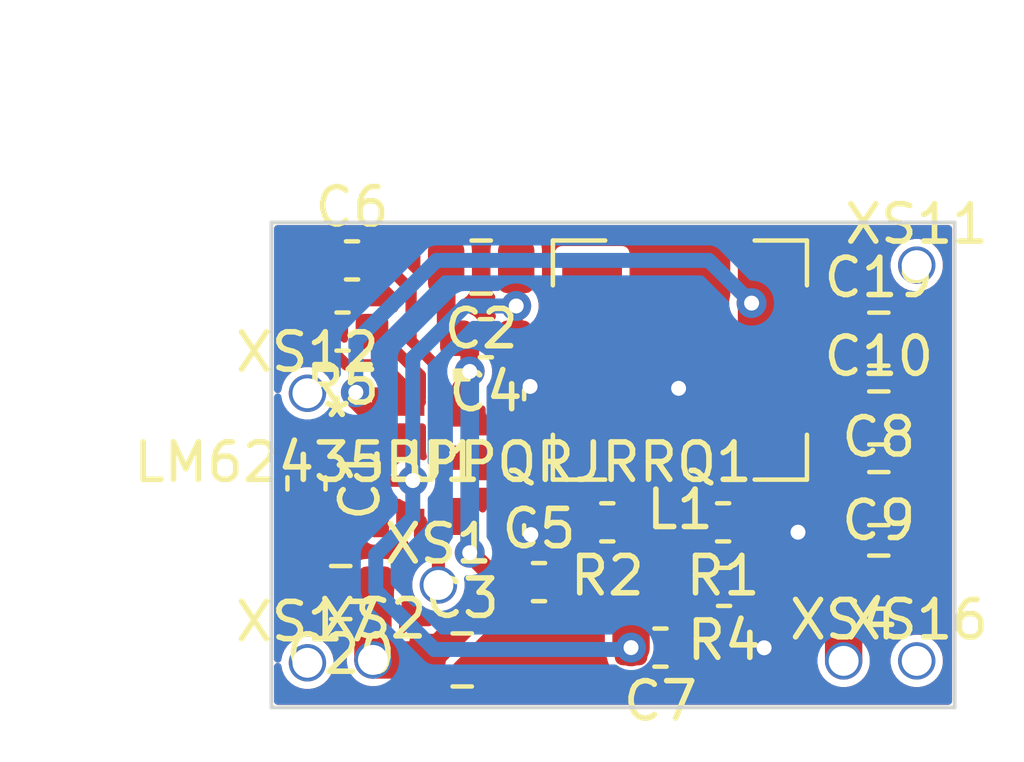
<source format=kicad_pcb>
(kicad_pcb (version 20171130) (host pcbnew "(5.1.9)-1")

  (general
    (thickness 1.6)
    (drawings 4)
    (tracks 107)
    (zones 0)
    (modules 25)
    (nets 13)
  )

  (page A4)
  (title_block
    (title BANO3)
    (date 2021-06-09)
    (rev 0000)
    (company Dolphines)
    (comment 1 0001)
    (comment 2 A.Zobenko)
  )

  (layers
    (0 F.Cu mixed)
    (31 B.Cu power)
    (32 B.Adhes user)
    (33 F.Adhes user)
    (34 B.Paste user)
    (35 F.Paste user)
    (36 B.SilkS user)
    (37 F.SilkS user)
    (38 B.Mask user)
    (39 F.Mask user)
    (40 Dwgs.User user)
    (41 Cmts.User user)
    (42 Eco1.User user)
    (43 Eco2.User user)
    (44 Edge.Cuts user)
    (45 Margin user)
    (46 B.CrtYd user)
    (47 F.CrtYd user)
    (48 B.Fab user)
    (49 F.Fab user)
  )

  (setup
    (last_trace_width 0.4)
    (user_trace_width 0.3)
    (user_trace_width 0.35)
    (user_trace_width 0.4)
    (user_trace_width 0.5)
    (user_trace_width 0.75)
    (user_trace_width 1)
    (trace_clearance 0.2)
    (zone_clearance 0.02)
    (zone_45_only no)
    (trace_min 0.2)
    (via_size 0.8)
    (via_drill 0.4)
    (via_min_size 0.4)
    (via_min_drill 0.3)
    (uvia_size 0.3)
    (uvia_drill 0.1)
    (uvias_allowed no)
    (uvia_min_size 0.2)
    (uvia_min_drill 0.1)
    (edge_width 0.05)
    (segment_width 0.2)
    (pcb_text_width 0.3)
    (pcb_text_size 1.5 1.5)
    (mod_edge_width 0.12)
    (mod_text_size 1 1)
    (mod_text_width 0.15)
    (pad_size 1.425 1.75)
    (pad_drill 0)
    (pad_to_mask_clearance 0)
    (aux_axis_origin 0 0)
    (visible_elements 7FFFFFFF)
    (pcbplotparams
      (layerselection 0x010fc_ffffffff)
      (usegerberextensions false)
      (usegerberattributes false)
      (usegerberadvancedattributes false)
      (creategerberjobfile false)
      (excludeedgelayer true)
      (linewidth 0.100000)
      (plotframeref false)
      (viasonmask false)
      (mode 1)
      (useauxorigin false)
      (hpglpennumber 1)
      (hpglpenspeed 20)
      (hpglpendiameter 15.000000)
      (psnegative false)
      (psa4output false)
      (plotreference true)
      (plotvalue true)
      (plotinvisibletext false)
      (padsonsilk false)
      (subtractmaskfromsilk false)
      (outputformat 1)
      (mirror false)
      (drillshape 0)
      (scaleselection 1)
      (outputdirectory "../Gerbers/Strobe_001/"))
  )

  (net 0 "")
  (net 1 GND)
  (net 2 "Net-(C1-Pad1)")
  (net 3 VCC)
  (net 4 "Net-(C6-Pad1)")
  (net 5 "Net-(C6-Pad2)")
  (net 6 "Net-(C7-Pad1)")
  (net 7 "Net-(C10-Pad1)")
  (net 8 "Net-(R5-Pad1)")
  (net 9 "Net-(XS11-Pad1)")
  (net 10 "Net-(U1-Pad7)")
  (net 11 "Net-(U1-Pad5)")
  (net 12 "Net-(C2-Pad1)")

  (net_class Default "Это класс цепей по умолчанию."
    (clearance 0.2)
    (trace_width 0.25)
    (via_dia 0.8)
    (via_drill 0.4)
    (uvia_dia 0.3)
    (uvia_drill 0.1)
    (add_net GND)
    (add_net "Net-(C1-Pad1)")
    (add_net "Net-(C10-Pad1)")
    (add_net "Net-(C2-Pad1)")
    (add_net "Net-(C6-Pad1)")
    (add_net "Net-(C6-Pad2)")
    (add_net "Net-(C7-Pad1)")
    (add_net "Net-(R5-Pad1)")
    (add_net "Net-(U1-Pad5)")
    (add_net "Net-(U1-Pad7)")
    (add_net "Net-(XS11-Pad1)")
    (add_net VCC)
  )

  (module Capacitor_SMD:C_0603_1608Metric (layer F.Cu) (tedit 5B301BBE) (tstamp 60DA1099)
    (at 1039.241 1003.5793 270)
    (descr "Capacitor SMD 0603 (1608 Metric), square (rectangular) end terminal, IPC_7351 nominal, (Body size source: http://www.tortai-tech.com/upload/download/2011102023233369053.pdf), generated with kicad-footprint-generator")
    (tags capacitor)
    (path /60C3557B)
    (attr smd)
    (fp_text reference C1 (at 0 -1.43 90) (layer F.SilkS)
      (effects (font (size 1 1) (thickness 0.15)))
    )
    (fp_text value 1uF (at 0 1.43 90) (layer F.Fab)
      (effects (font (size 1 1) (thickness 0.15)))
    )
    (fp_line (start 1.48 0.73) (end -1.48 0.73) (layer F.CrtYd) (width 0.05))
    (fp_line (start 1.48 -0.73) (end 1.48 0.73) (layer F.CrtYd) (width 0.05))
    (fp_line (start -1.48 -0.73) (end 1.48 -0.73) (layer F.CrtYd) (width 0.05))
    (fp_line (start -1.48 0.73) (end -1.48 -0.73) (layer F.CrtYd) (width 0.05))
    (fp_line (start -0.162779 0.51) (end 0.162779 0.51) (layer F.SilkS) (width 0.12))
    (fp_line (start -0.162779 -0.51) (end 0.162779 -0.51) (layer F.SilkS) (width 0.12))
    (fp_line (start 0.8 0.4) (end -0.8 0.4) (layer F.Fab) (width 0.1))
    (fp_line (start 0.8 -0.4) (end 0.8 0.4) (layer F.Fab) (width 0.1))
    (fp_line (start -0.8 -0.4) (end 0.8 -0.4) (layer F.Fab) (width 0.1))
    (fp_line (start -0.8 0.4) (end -0.8 -0.4) (layer F.Fab) (width 0.1))
    (fp_text user %R (at 0 0 90) (layer F.Fab)
      (effects (font (size 0.4 0.4) (thickness 0.06)))
    )
    (pad 2 smd roundrect (at 0.7875 0 270) (size 0.875 0.95) (layers F.Cu F.Paste F.Mask) (roundrect_rratio 0.25)
      (net 1 GND))
    (pad 1 smd roundrect (at -0.7875 0 270) (size 0.875 0.95) (layers F.Cu F.Paste F.Mask) (roundrect_rratio 0.25)
      (net 2 "Net-(C1-Pad1)"))
    (model ${KISYS3DMOD}/Capacitor_SMD.3dshapes/C_0603_1608Metric.wrl
      (at (xyz 0 0 0))
      (scale (xyz 1 1 1))
      (rotate (xyz 0 0 0))
    )
  )

  (module Capacitor_SMD:C_0805_2012Metric (layer F.Cu) (tedit 5B36C52B) (tstamp 60DA10AA)
    (at 1043.9169 997.7882 180)
    (descr "Capacitor SMD 0805 (2012 Metric), square (rectangular) end terminal, IPC_7351 nominal, (Body size source: https://docs.google.com/spreadsheets/d/1BsfQQcO9C6DZCsRaXUlFlo91Tg2WpOkGARC1WS5S8t0/edit?usp=sharing), generated with kicad-footprint-generator")
    (tags capacitor)
    (path /60C02A31)
    (attr smd)
    (fp_text reference C2 (at 0 -1.65) (layer F.SilkS)
      (effects (font (size 1 1) (thickness 0.15)))
    )
    (fp_text value 4.7uF (at 0 1.65) (layer F.Fab)
      (effects (font (size 1 1) (thickness 0.15)))
    )
    (fp_line (start -1 0.6) (end -1 -0.6) (layer F.Fab) (width 0.1))
    (fp_line (start -1 -0.6) (end 1 -0.6) (layer F.Fab) (width 0.1))
    (fp_line (start 1 -0.6) (end 1 0.6) (layer F.Fab) (width 0.1))
    (fp_line (start 1 0.6) (end -1 0.6) (layer F.Fab) (width 0.1))
    (fp_line (start -0.258578 -0.71) (end 0.258578 -0.71) (layer F.SilkS) (width 0.12))
    (fp_line (start -0.258578 0.71) (end 0.258578 0.71) (layer F.SilkS) (width 0.12))
    (fp_line (start -1.68 0.95) (end -1.68 -0.95) (layer F.CrtYd) (width 0.05))
    (fp_line (start -1.68 -0.95) (end 1.68 -0.95) (layer F.CrtYd) (width 0.05))
    (fp_line (start 1.68 -0.95) (end 1.68 0.95) (layer F.CrtYd) (width 0.05))
    (fp_line (start 1.68 0.95) (end -1.68 0.95) (layer F.CrtYd) (width 0.05))
    (fp_text user %R (at 0 0) (layer F.Fab)
      (effects (font (size 0.5 0.5) (thickness 0.08)))
    )
    (pad 1 smd roundrect (at -0.9375 0 180) (size 0.975 1.4) (layers F.Cu F.Paste F.Mask) (roundrect_rratio 0.25)
      (net 12 "Net-(C2-Pad1)"))
    (pad 2 smd roundrect (at 0.9375 0 180) (size 0.975 1.4) (layers F.Cu F.Paste F.Mask) (roundrect_rratio 0.25)
      (net 3 VCC))
    (model ${KISYS3DMOD}/Capacitor_SMD.3dshapes/C_0805_2012Metric.wrl
      (at (xyz 0 0 0))
      (scale (xyz 1 1 1))
      (rotate (xyz 0 0 0))
    )
  )

  (module Capacitor_SMD:C_0805_2012Metric (layer F.Cu) (tedit 5B36C52B) (tstamp 60DA10BB)
    (at 1043.4089 1008.3038)
    (descr "Capacitor SMD 0805 (2012 Metric), square (rectangular) end terminal, IPC_7351 nominal, (Body size source: https://docs.google.com/spreadsheets/d/1BsfQQcO9C6DZCsRaXUlFlo91Tg2WpOkGARC1WS5S8t0/edit?usp=sharing), generated with kicad-footprint-generator")
    (tags capacitor)
    (path /60BFA4F2)
    (attr smd)
    (fp_text reference C3 (at 0 -1.65) (layer F.SilkS)
      (effects (font (size 1 1) (thickness 0.15)))
    )
    (fp_text value 4.7uF (at 0 1.65) (layer F.Fab)
      (effects (font (size 1 1) (thickness 0.15)))
    )
    (fp_line (start -1 0.6) (end -1 -0.6) (layer F.Fab) (width 0.1))
    (fp_line (start -1 -0.6) (end 1 -0.6) (layer F.Fab) (width 0.1))
    (fp_line (start 1 -0.6) (end 1 0.6) (layer F.Fab) (width 0.1))
    (fp_line (start 1 0.6) (end -1 0.6) (layer F.Fab) (width 0.1))
    (fp_line (start -0.258578 -0.71) (end 0.258578 -0.71) (layer F.SilkS) (width 0.12))
    (fp_line (start -0.258578 0.71) (end 0.258578 0.71) (layer F.SilkS) (width 0.12))
    (fp_line (start -1.68 0.95) (end -1.68 -0.95) (layer F.CrtYd) (width 0.05))
    (fp_line (start -1.68 -0.95) (end 1.68 -0.95) (layer F.CrtYd) (width 0.05))
    (fp_line (start 1.68 -0.95) (end 1.68 0.95) (layer F.CrtYd) (width 0.05))
    (fp_line (start 1.68 0.95) (end -1.68 0.95) (layer F.CrtYd) (width 0.05))
    (fp_text user %R (at 0 0) (layer F.Fab)
      (effects (font (size 0.5 0.5) (thickness 0.08)))
    )
    (pad 1 smd roundrect (at -0.9375 0) (size 0.975 1.4) (layers F.Cu F.Paste F.Mask) (roundrect_rratio 0.25)
      (net 3 VCC))
    (pad 2 smd roundrect (at 0.9375 0) (size 0.975 1.4) (layers F.Cu F.Paste F.Mask) (roundrect_rratio 0.25)
      (net 1 GND))
    (model ${KISYS3DMOD}/Capacitor_SMD.3dshapes/C_0805_2012Metric.wrl
      (at (xyz 0 0 0))
      (scale (xyz 1 1 1))
      (rotate (xyz 0 0 0))
    )
  )

  (module Capacitor_SMD:C_0603_1608Metric (layer F.Cu) (tedit 5B301BBE) (tstamp 60DA10CC)
    (at 1044.0415 999.6932 180)
    (descr "Capacitor SMD 0603 (1608 Metric), square (rectangular) end terminal, IPC_7351 nominal, (Body size source: http://www.tortai-tech.com/upload/download/2011102023233369053.pdf), generated with kicad-footprint-generator")
    (tags capacitor)
    (path /60C1A404)
    (attr smd)
    (fp_text reference C4 (at 0 -1.43) (layer F.SilkS)
      (effects (font (size 1 1) (thickness 0.15)))
    )
    (fp_text value 2.2nF (at 0 1.43) (layer F.Fab)
      (effects (font (size 1 1) (thickness 0.15)))
    )
    (fp_line (start -0.8 0.4) (end -0.8 -0.4) (layer F.Fab) (width 0.1))
    (fp_line (start -0.8 -0.4) (end 0.8 -0.4) (layer F.Fab) (width 0.1))
    (fp_line (start 0.8 -0.4) (end 0.8 0.4) (layer F.Fab) (width 0.1))
    (fp_line (start 0.8 0.4) (end -0.8 0.4) (layer F.Fab) (width 0.1))
    (fp_line (start -0.162779 -0.51) (end 0.162779 -0.51) (layer F.SilkS) (width 0.12))
    (fp_line (start -0.162779 0.51) (end 0.162779 0.51) (layer F.SilkS) (width 0.12))
    (fp_line (start -1.48 0.73) (end -1.48 -0.73) (layer F.CrtYd) (width 0.05))
    (fp_line (start -1.48 -0.73) (end 1.48 -0.73) (layer F.CrtYd) (width 0.05))
    (fp_line (start 1.48 -0.73) (end 1.48 0.73) (layer F.CrtYd) (width 0.05))
    (fp_line (start 1.48 0.73) (end -1.48 0.73) (layer F.CrtYd) (width 0.05))
    (fp_text user %R (at 0 0) (layer F.Fab)
      (effects (font (size 0.4 0.4) (thickness 0.06)))
    )
    (pad 1 smd roundrect (at -0.7875 0 180) (size 0.875 0.95) (layers F.Cu F.Paste F.Mask) (roundrect_rratio 0.25)
      (net 12 "Net-(C2-Pad1)"))
    (pad 2 smd roundrect (at 0.7875 0 180) (size 0.875 0.95) (layers F.Cu F.Paste F.Mask) (roundrect_rratio 0.25)
      (net 3 VCC))
    (model ${KISYS3DMOD}/Capacitor_SMD.3dshapes/C_0603_1608Metric.wrl
      (at (xyz 0 0 0))
      (scale (xyz 1 1 1))
      (rotate (xyz 0 0 0))
    )
  )

  (module Capacitor_SMD:C_0805_2012Metric (layer F.Cu) (tedit 5B36C52B) (tstamp 60DA1110)
    (at 1054.5595 1003.9858)
    (descr "Capacitor SMD 0805 (2012 Metric), square (rectangular) end terminal, IPC_7351 nominal, (Body size source: https://docs.google.com/spreadsheets/d/1BsfQQcO9C6DZCsRaXUlFlo91Tg2WpOkGARC1WS5S8t0/edit?usp=sharing), generated with kicad-footprint-generator")
    (tags capacitor)
    (path /60BFB075)
    (attr smd)
    (fp_text reference C8 (at 0 -1.65) (layer F.SilkS)
      (effects (font (size 1 1) (thickness 0.15)))
    )
    (fp_text value 22uF (at 0 1.65) (layer F.Fab)
      (effects (font (size 1 1) (thickness 0.15)))
    )
    (fp_line (start 1.68 0.95) (end -1.68 0.95) (layer F.CrtYd) (width 0.05))
    (fp_line (start 1.68 -0.95) (end 1.68 0.95) (layer F.CrtYd) (width 0.05))
    (fp_line (start -1.68 -0.95) (end 1.68 -0.95) (layer F.CrtYd) (width 0.05))
    (fp_line (start -1.68 0.95) (end -1.68 -0.95) (layer F.CrtYd) (width 0.05))
    (fp_line (start -0.258578 0.71) (end 0.258578 0.71) (layer F.SilkS) (width 0.12))
    (fp_line (start -0.258578 -0.71) (end 0.258578 -0.71) (layer F.SilkS) (width 0.12))
    (fp_line (start 1 0.6) (end -1 0.6) (layer F.Fab) (width 0.1))
    (fp_line (start 1 -0.6) (end 1 0.6) (layer F.Fab) (width 0.1))
    (fp_line (start -1 -0.6) (end 1 -0.6) (layer F.Fab) (width 0.1))
    (fp_line (start -1 0.6) (end -1 -0.6) (layer F.Fab) (width 0.1))
    (fp_text user %R (at 0 0) (layer F.Fab)
      (effects (font (size 0.5 0.5) (thickness 0.08)))
    )
    (pad 2 smd roundrect (at 0.9375 0) (size 0.975 1.4) (layers F.Cu F.Paste F.Mask) (roundrect_rratio 0.25)
      (net 1 GND))
    (pad 1 smd roundrect (at -0.9375 0) (size 0.975 1.4) (layers F.Cu F.Paste F.Mask) (roundrect_rratio 0.25)
      (net 7 "Net-(C10-Pad1)"))
    (model ${KISYS3DMOD}/Capacitor_SMD.3dshapes/C_0805_2012Metric.wrl
      (at (xyz 0 0 0))
      (scale (xyz 1 1 1))
      (rotate (xyz 0 0 0))
    )
  )

  (module Capacitor_SMD:C_0805_2012Metric (layer F.Cu) (tedit 5B36C52B) (tstamp 60DA1121)
    (at 1054.5572 1006.221)
    (descr "Capacitor SMD 0805 (2012 Metric), square (rectangular) end terminal, IPC_7351 nominal, (Body size source: https://docs.google.com/spreadsheets/d/1BsfQQcO9C6DZCsRaXUlFlo91Tg2WpOkGARC1WS5S8t0/edit?usp=sharing), generated with kicad-footprint-generator")
    (tags capacitor)
    (path /60C0D3AE)
    (attr smd)
    (fp_text reference C9 (at 0 -1.65) (layer F.SilkS)
      (effects (font (size 1 1) (thickness 0.15)))
    )
    (fp_text value 22uF (at 0 1.65) (layer F.Fab)
      (effects (font (size 1 1) (thickness 0.15)))
    )
    (fp_line (start -1 0.6) (end -1 -0.6) (layer F.Fab) (width 0.1))
    (fp_line (start -1 -0.6) (end 1 -0.6) (layer F.Fab) (width 0.1))
    (fp_line (start 1 -0.6) (end 1 0.6) (layer F.Fab) (width 0.1))
    (fp_line (start 1 0.6) (end -1 0.6) (layer F.Fab) (width 0.1))
    (fp_line (start -0.258578 -0.71) (end 0.258578 -0.71) (layer F.SilkS) (width 0.12))
    (fp_line (start -0.258578 0.71) (end 0.258578 0.71) (layer F.SilkS) (width 0.12))
    (fp_line (start -1.68 0.95) (end -1.68 -0.95) (layer F.CrtYd) (width 0.05))
    (fp_line (start -1.68 -0.95) (end 1.68 -0.95) (layer F.CrtYd) (width 0.05))
    (fp_line (start 1.68 -0.95) (end 1.68 0.95) (layer F.CrtYd) (width 0.05))
    (fp_line (start 1.68 0.95) (end -1.68 0.95) (layer F.CrtYd) (width 0.05))
    (fp_text user %R (at 0 0) (layer F.Fab)
      (effects (font (size 0.5 0.5) (thickness 0.08)))
    )
    (pad 1 smd roundrect (at -0.9375 0) (size 0.975 1.4) (layers F.Cu F.Paste F.Mask) (roundrect_rratio 0.25)
      (net 7 "Net-(C10-Pad1)"))
    (pad 2 smd roundrect (at 0.9375 0) (size 0.975 1.4) (layers F.Cu F.Paste F.Mask) (roundrect_rratio 0.25)
      (net 1 GND))
    (model ${KISYS3DMOD}/Capacitor_SMD.3dshapes/C_0805_2012Metric.wrl
      (at (xyz 0 0 0))
      (scale (xyz 1 1 1))
      (rotate (xyz 0 0 0))
    )
  )

  (module Capacitor_SMD:C_0805_2012Metric (layer F.Cu) (tedit 5B36C52B) (tstamp 60DA1132)
    (at 1054.5595 1001.8268)
    (descr "Capacitor SMD 0805 (2012 Metric), square (rectangular) end terminal, IPC_7351 nominal, (Body size source: https://docs.google.com/spreadsheets/d/1BsfQQcO9C6DZCsRaXUlFlo91Tg2WpOkGARC1WS5S8t0/edit?usp=sharing), generated with kicad-footprint-generator")
    (tags capacitor)
    (path /60C0DCE3)
    (attr smd)
    (fp_text reference C10 (at 0 -1.65) (layer F.SilkS)
      (effects (font (size 1 1) (thickness 0.15)))
    )
    (fp_text value 22uF (at 0 1.65) (layer F.Fab)
      (effects (font (size 1 1) (thickness 0.15)))
    )
    (fp_line (start -1 0.6) (end -1 -0.6) (layer F.Fab) (width 0.1))
    (fp_line (start -1 -0.6) (end 1 -0.6) (layer F.Fab) (width 0.1))
    (fp_line (start 1 -0.6) (end 1 0.6) (layer F.Fab) (width 0.1))
    (fp_line (start 1 0.6) (end -1 0.6) (layer F.Fab) (width 0.1))
    (fp_line (start -0.258578 -0.71) (end 0.258578 -0.71) (layer F.SilkS) (width 0.12))
    (fp_line (start -0.258578 0.71) (end 0.258578 0.71) (layer F.SilkS) (width 0.12))
    (fp_line (start -1.68 0.95) (end -1.68 -0.95) (layer F.CrtYd) (width 0.05))
    (fp_line (start -1.68 -0.95) (end 1.68 -0.95) (layer F.CrtYd) (width 0.05))
    (fp_line (start 1.68 -0.95) (end 1.68 0.95) (layer F.CrtYd) (width 0.05))
    (fp_line (start 1.68 0.95) (end -1.68 0.95) (layer F.CrtYd) (width 0.05))
    (fp_text user %R (at 0 0) (layer F.Fab)
      (effects (font (size 0.5 0.5) (thickness 0.08)))
    )
    (pad 1 smd roundrect (at -0.9375 0) (size 0.975 1.4) (layers F.Cu F.Paste F.Mask) (roundrect_rratio 0.25)
      (net 7 "Net-(C10-Pad1)"))
    (pad 2 smd roundrect (at 0.9375 0) (size 0.975 1.4) (layers F.Cu F.Paste F.Mask) (roundrect_rratio 0.25)
      (net 1 GND))
    (model ${KISYS3DMOD}/Capacitor_SMD.3dshapes/C_0805_2012Metric.wrl
      (at (xyz 0 0 0))
      (scale (xyz 1 1 1))
      (rotate (xyz 0 0 0))
    )
  )

  (module Resistor_SMD:R_0603_1608Metric (layer F.Cu) (tedit 5B301BBD) (tstamp 60DA11ED)
    (at 1050.3915 1004.6208 180)
    (descr "Resistor SMD 0603 (1608 Metric), square (rectangular) end terminal, IPC_7351 nominal, (Body size source: http://www.tortai-tech.com/upload/download/2011102023233369053.pdf), generated with kicad-footprint-generator")
    (tags resistor)
    (path /60BF93B8)
    (attr smd)
    (fp_text reference R1 (at 0 -1.43) (layer F.SilkS)
      (effects (font (size 1 1) (thickness 0.15)))
    )
    (fp_text value 100k (at 0 1.43) (layer F.Fab)
      (effects (font (size 1 1) (thickness 0.15)))
    )
    (fp_line (start -0.8 0.4) (end -0.8 -0.4) (layer F.Fab) (width 0.1))
    (fp_line (start -0.8 -0.4) (end 0.8 -0.4) (layer F.Fab) (width 0.1))
    (fp_line (start 0.8 -0.4) (end 0.8 0.4) (layer F.Fab) (width 0.1))
    (fp_line (start 0.8 0.4) (end -0.8 0.4) (layer F.Fab) (width 0.1))
    (fp_line (start -0.162779 -0.51) (end 0.162779 -0.51) (layer F.SilkS) (width 0.12))
    (fp_line (start -0.162779 0.51) (end 0.162779 0.51) (layer F.SilkS) (width 0.12))
    (fp_line (start -1.48 0.73) (end -1.48 -0.73) (layer F.CrtYd) (width 0.05))
    (fp_line (start -1.48 -0.73) (end 1.48 -0.73) (layer F.CrtYd) (width 0.05))
    (fp_line (start 1.48 -0.73) (end 1.48 0.73) (layer F.CrtYd) (width 0.05))
    (fp_line (start 1.48 0.73) (end -1.48 0.73) (layer F.CrtYd) (width 0.05))
    (fp_text user %R (at 0 0) (layer F.Fab)
      (effects (font (size 0.4 0.4) (thickness 0.06)))
    )
    (pad 1 smd roundrect (at -0.7875 0 180) (size 0.875 0.95) (layers F.Cu F.Paste F.Mask) (roundrect_rratio 0.25)
      (net 7 "Net-(C10-Pad1)"))
    (pad 2 smd roundrect (at 0.7875 0 180) (size 0.875 0.95) (layers F.Cu F.Paste F.Mask) (roundrect_rratio 0.25)
      (net 12 "Net-(C2-Pad1)"))
    (model ${KISYS3DMOD}/Resistor_SMD.3dshapes/R_0603_1608Metric.wrl
      (at (xyz 0 0 0))
      (scale (xyz 1 1 1))
      (rotate (xyz 0 0 0))
    )
  )

  (module Resistor_SMD:R_0603_1608Metric (layer F.Cu) (tedit 5B301BBD) (tstamp 60DA11FE)
    (at 1047.2927 1004.6208 180)
    (descr "Resistor SMD 0603 (1608 Metric), square (rectangular) end terminal, IPC_7351 nominal, (Body size source: http://www.tortai-tech.com/upload/download/2011102023233369053.pdf), generated with kicad-footprint-generator")
    (tags resistor)
    (path /60BF97DB)
    (attr smd)
    (fp_text reference R2 (at 0 -1.43) (layer F.SilkS)
      (effects (font (size 1 1) (thickness 0.15)))
    )
    (fp_text value 43.2k (at 0 1.43) (layer F.Fab)
      (effects (font (size 1 1) (thickness 0.15)))
    )
    (fp_line (start 1.48 0.73) (end -1.48 0.73) (layer F.CrtYd) (width 0.05))
    (fp_line (start 1.48 -0.73) (end 1.48 0.73) (layer F.CrtYd) (width 0.05))
    (fp_line (start -1.48 -0.73) (end 1.48 -0.73) (layer F.CrtYd) (width 0.05))
    (fp_line (start -1.48 0.73) (end -1.48 -0.73) (layer F.CrtYd) (width 0.05))
    (fp_line (start -0.162779 0.51) (end 0.162779 0.51) (layer F.SilkS) (width 0.12))
    (fp_line (start -0.162779 -0.51) (end 0.162779 -0.51) (layer F.SilkS) (width 0.12))
    (fp_line (start 0.8 0.4) (end -0.8 0.4) (layer F.Fab) (width 0.1))
    (fp_line (start 0.8 -0.4) (end 0.8 0.4) (layer F.Fab) (width 0.1))
    (fp_line (start -0.8 -0.4) (end 0.8 -0.4) (layer F.Fab) (width 0.1))
    (fp_line (start -0.8 0.4) (end -0.8 -0.4) (layer F.Fab) (width 0.1))
    (fp_text user %R (at 0 0) (layer F.Fab)
      (effects (font (size 0.4 0.4) (thickness 0.06)))
    )
    (pad 2 smd roundrect (at 0.7875 0 180) (size 0.875 0.95) (layers F.Cu F.Paste F.Mask) (roundrect_rratio 0.25)
      (net 1 GND))
    (pad 1 smd roundrect (at -0.7875 0 180) (size 0.875 0.95) (layers F.Cu F.Paste F.Mask) (roundrect_rratio 0.25)
      (net 12 "Net-(C2-Pad1)"))
    (model ${KISYS3DMOD}/Resistor_SMD.3dshapes/R_0603_1608Metric.wrl
      (at (xyz 0 0 0))
      (scale (xyz 1 1 1))
      (rotate (xyz 0 0 0))
    )
  )

  (module Resistor_SMD:R_0603_1608Metric (layer F.Cu) (tedit 5B301BBD) (tstamp 60DA1220)
    (at 1050.4171 1006.348 180)
    (descr "Resistor SMD 0603 (1608 Metric), square (rectangular) end terminal, IPC_7351 nominal, (Body size source: http://www.tortai-tech.com/upload/download/2011102023233369053.pdf), generated with kicad-footprint-generator")
    (tags resistor)
    (path /60C01303)
    (attr smd)
    (fp_text reference R4 (at 0 -1.43) (layer F.SilkS)
      (effects (font (size 1 1) (thickness 0.15)))
    )
    (fp_text value 1k (at 0 1.43) (layer F.Fab)
      (effects (font (size 1 1) (thickness 0.15)))
    )
    (fp_line (start -0.8 0.4) (end -0.8 -0.4) (layer F.Fab) (width 0.1))
    (fp_line (start -0.8 -0.4) (end 0.8 -0.4) (layer F.Fab) (width 0.1))
    (fp_line (start 0.8 -0.4) (end 0.8 0.4) (layer F.Fab) (width 0.1))
    (fp_line (start 0.8 0.4) (end -0.8 0.4) (layer F.Fab) (width 0.1))
    (fp_line (start -0.162779 -0.51) (end 0.162779 -0.51) (layer F.SilkS) (width 0.12))
    (fp_line (start -0.162779 0.51) (end 0.162779 0.51) (layer F.SilkS) (width 0.12))
    (fp_line (start -1.48 0.73) (end -1.48 -0.73) (layer F.CrtYd) (width 0.05))
    (fp_line (start -1.48 -0.73) (end 1.48 -0.73) (layer F.CrtYd) (width 0.05))
    (fp_line (start 1.48 -0.73) (end 1.48 0.73) (layer F.CrtYd) (width 0.05))
    (fp_line (start 1.48 0.73) (end -1.48 0.73) (layer F.CrtYd) (width 0.05))
    (fp_text user %R (at 0 0) (layer F.Fab)
      (effects (font (size 0.4 0.4) (thickness 0.06)))
    )
    (pad 1 smd roundrect (at -0.7875 0 180) (size 0.875 0.95) (layers F.Cu F.Paste F.Mask) (roundrect_rratio 0.25)
      (net 7 "Net-(C10-Pad1)"))
    (pad 2 smd roundrect (at 0.7875 0 180) (size 0.875 0.95) (layers F.Cu F.Paste F.Mask) (roundrect_rratio 0.25)
      (net 6 "Net-(C7-Pad1)"))
    (model ${KISYS3DMOD}/Resistor_SMD.3dshapes/R_0603_1608Metric.wrl
      (at (xyz 0 0 0))
      (scale (xyz 1 1 1))
      (rotate (xyz 0 0 0))
    )
  )

  (module Resistor_SMD:R_0603_1608Metric (layer F.Cu) (tedit 5B301BBD) (tstamp 60DA1231)
    (at 1040.2061 999.5154 180)
    (descr "Resistor SMD 0603 (1608 Metric), square (rectangular) end terminal, IPC_7351 nominal, (Body size source: http://www.tortai-tech.com/upload/download/2011102023233369053.pdf), generated with kicad-footprint-generator")
    (tags resistor)
    (path /60DD2C72)
    (attr smd)
    (fp_text reference R5 (at 0 -1.43) (layer F.SilkS)
      (effects (font (size 1 1) (thickness 0.15)))
    )
    (fp_text value 100 (at 0 1.43) (layer F.Fab)
      (effects (font (size 1 1) (thickness 0.15)))
    )
    (fp_line (start -0.8 0.4) (end -0.8 -0.4) (layer F.Fab) (width 0.1))
    (fp_line (start -0.8 -0.4) (end 0.8 -0.4) (layer F.Fab) (width 0.1))
    (fp_line (start 0.8 -0.4) (end 0.8 0.4) (layer F.Fab) (width 0.1))
    (fp_line (start 0.8 0.4) (end -0.8 0.4) (layer F.Fab) (width 0.1))
    (fp_line (start -0.162779 -0.51) (end 0.162779 -0.51) (layer F.SilkS) (width 0.12))
    (fp_line (start -0.162779 0.51) (end 0.162779 0.51) (layer F.SilkS) (width 0.12))
    (fp_line (start -1.48 0.73) (end -1.48 -0.73) (layer F.CrtYd) (width 0.05))
    (fp_line (start -1.48 -0.73) (end 1.48 -0.73) (layer F.CrtYd) (width 0.05))
    (fp_line (start 1.48 -0.73) (end 1.48 0.73) (layer F.CrtYd) (width 0.05))
    (fp_line (start 1.48 0.73) (end -1.48 0.73) (layer F.CrtYd) (width 0.05))
    (fp_text user %R (at 0 0) (layer F.Fab)
      (effects (font (size 0.4 0.4) (thickness 0.06)))
    )
    (pad 1 smd roundrect (at -0.7875 0 180) (size 0.875 0.95) (layers F.Cu F.Paste F.Mask) (roundrect_rratio 0.25)
      (net 8 "Net-(R5-Pad1)"))
    (pad 2 smd roundrect (at 0.7875 0 180) (size 0.875 0.95) (layers F.Cu F.Paste F.Mask) (roundrect_rratio 0.25)
      (net 4 "Net-(C6-Pad1)"))
    (model ${KISYS3DMOD}/Resistor_SMD.3dshapes/R_0603_1608Metric.wrl
      (at (xyz 0 0 0))
      (scale (xyz 1 1 1))
      (rotate (xyz 0 0 0))
    )
  )

  (module Capacitor_SMD:C_0603_1608Metric (layer F.Cu) (tedit 5B301BBE) (tstamp 60E5D427)
    (at 1045.4639 1006.221)
    (descr "Capacitor SMD 0603 (1608 Metric), square (rectangular) end terminal, IPC_7351 nominal, (Body size source: http://www.tortai-tech.com/upload/download/2011102023233369053.pdf), generated with kicad-footprint-generator")
    (tags capacitor)
    (path /60C1AC48)
    (attr smd)
    (fp_text reference C5 (at 0 -1.43) (layer F.SilkS)
      (effects (font (size 1 1) (thickness 0.15)))
    )
    (fp_text value 2.2nF (at 0 1.43) (layer F.Fab)
      (effects (font (size 1 1) (thickness 0.15)))
    )
    (fp_line (start -0.8 0.4) (end -0.8 -0.4) (layer F.Fab) (width 0.1))
    (fp_line (start -0.8 -0.4) (end 0.8 -0.4) (layer F.Fab) (width 0.1))
    (fp_line (start 0.8 -0.4) (end 0.8 0.4) (layer F.Fab) (width 0.1))
    (fp_line (start 0.8 0.4) (end -0.8 0.4) (layer F.Fab) (width 0.1))
    (fp_line (start -0.162779 -0.51) (end 0.162779 -0.51) (layer F.SilkS) (width 0.12))
    (fp_line (start -0.162779 0.51) (end 0.162779 0.51) (layer F.SilkS) (width 0.12))
    (fp_line (start -1.48 0.73) (end -1.48 -0.73) (layer F.CrtYd) (width 0.05))
    (fp_line (start -1.48 -0.73) (end 1.48 -0.73) (layer F.CrtYd) (width 0.05))
    (fp_line (start 1.48 -0.73) (end 1.48 0.73) (layer F.CrtYd) (width 0.05))
    (fp_line (start 1.48 0.73) (end -1.48 0.73) (layer F.CrtYd) (width 0.05))
    (fp_text user %R (at 0 0) (layer F.Fab)
      (effects (font (size 0.4 0.4) (thickness 0.06)))
    )
    (pad 1 smd roundrect (at -0.7875 0) (size 0.875 0.95) (layers F.Cu F.Paste F.Mask) (roundrect_rratio 0.25)
      (net 3 VCC))
    (pad 2 smd roundrect (at 0.7875 0) (size 0.875 0.95) (layers F.Cu F.Paste F.Mask) (roundrect_rratio 0.25)
      (net 1 GND))
    (model ${KISYS3DMOD}/Capacitor_SMD.3dshapes/C_0603_1608Metric.wrl
      (at (xyz 0 0 0))
      (scale (xyz 1 1 1))
      (rotate (xyz 0 0 0))
    )
  )

  (module BANO3_01:pin_0.8 (layer F.Cu) (tedit 60E69780) (tstamp 60E6EA23)
    (at 1042.7716 1004.6972)
    (path /60E49AE6)
    (fp_text reference XS1 (at 0 0.5) (layer F.SilkS)
      (effects (font (size 1 1) (thickness 0.15)))
    )
    (fp_text value Pin_0.5 (at -1.4732 -13.2082) (layer F.Fab)
      (effects (font (size 1 1) (thickness 0.15)))
    )
    (pad 1 thru_hole circle (at 0 1.6) (size 1 1) (drill 0.8) (layers *.Cu *.Mask)
      (net 10 "Net-(U1-Pad7)"))
  )

  (module BANO3_01:pin_0.8 (layer F.Cu) (tedit 60E69780) (tstamp 60E6EA27)
    (at 1041.019 1006.7038)
    (path /60E48A5E)
    (fp_text reference XS2 (at 0 0.5) (layer F.SilkS)
      (effects (font (size 1 1) (thickness 0.15)))
    )
    (fp_text value Pin_0.5 (at 0 -0.5) (layer F.Fab)
      (effects (font (size 1 1) (thickness 0.15)))
    )
    (pad 1 thru_hole circle (at 0 1.6) (size 1 1) (drill 0.8) (layers *.Cu *.Mask)
      (net 3 VCC))
  )

  (module BANO3_01:pin_0.8 (layer F.Cu) (tedit 60E69780) (tstamp 60E6EA2F)
    (at 1053.6174 1006.7292)
    (path /60E50B2A)
    (fp_text reference XS4 (at 0 0.5) (layer F.SilkS)
      (effects (font (size 1 1) (thickness 0.15)))
    )
    (fp_text value Pin_0.5 (at 0 -0.5) (layer F.Fab)
      (effects (font (size 1 1) (thickness 0.15)))
    )
    (pad 1 thru_hole circle (at 0 1.6) (size 1 1) (drill 0.8) (layers *.Cu *.Mask)
      (net 7 "Net-(C10-Pad1)"))
  )

  (module BANO3_01:pin_0.8 (layer F.Cu) (tedit 60E69780) (tstamp 60E6EA3F)
    (at 1055.5732 996.1374)
    (path /60E8B3B9)
    (fp_text reference XS11 (at 0 0.5) (layer F.SilkS)
      (effects (font (size 1 1) (thickness 0.15)))
    )
    (fp_text value Pin_0.5 (at 0 -0.5) (layer F.Fab)
      (effects (font (size 1 1) (thickness 0.15)))
    )
    (pad 1 thru_hole circle (at 0 1.6) (size 1 1) (drill 0.8) (layers *.Cu *.Mask)
      (net 9 "Net-(XS11-Pad1)"))
  )

  (module BANO3_01:pin_0.8 (layer F.Cu) (tedit 60E69780) (tstamp 60E6EA43)
    (at 1039.2664 999.5664)
    (path /60E90401)
    (fp_text reference XS12 (at 0 0.5) (layer F.SilkS)
      (effects (font (size 1 1) (thickness 0.15)))
    )
    (fp_text value Pin_0.5 (at 0 -0.5) (layer F.Fab)
      (effects (font (size 1 1) (thickness 0.15)))
    )
    (pad 1 thru_hole circle (at 0 1.6) (size 1 1) (drill 0.8) (layers *.Cu *.Mask)
      (net 9 "Net-(XS11-Pad1)"))
  )

  (module BANO3_01:pin_0.8 (layer F.Cu) (tedit 60E69780) (tstamp 60E6EA53)
    (at 1055.5732 1006.7292)
    (path /60EAA975)
    (fp_text reference XS16 (at 0 0.5) (layer F.SilkS)
      (effects (font (size 1 1) (thickness 0.15)))
    )
    (fp_text value Pin_0.5 (at 0 -0.5) (layer F.Fab)
      (effects (font (size 1 1) (thickness 0.15)))
    )
    (pad 1 thru_hole circle (at 0 1.6) (size 1 1) (drill 0.8) (layers *.Cu *.Mask)
      (net 9 "Net-(XS11-Pad1)"))
  )

  (module BANO3_01:pin_0.8 (layer F.Cu) (tedit 60E69780) (tstamp 60E6EA57)
    (at 1039.2664 1006.7798)
    (path /60EAA96F)
    (fp_text reference XS17 (at 0 0.5) (layer F.SilkS)
      (effects (font (size 1 1) (thickness 0.15)))
    )
    (fp_text value Pin_0.5 (at 0 -0.5) (layer F.Fab)
      (effects (font (size 1 1) (thickness 0.15)))
    )
    (pad 1 thru_hole circle (at 0 1.6) (size 1 1) (drill 0.8) (layers *.Cu *.Mask)
      (net 9 "Net-(XS11-Pad1)"))
  )

  (module Capacitor_SMD:C_0603_1608Metric (layer F.Cu) (tedit 5B301BBE) (tstamp 60E6F1D0)
    (at 1040.4601 997.6104)
    (descr "Capacitor SMD 0603 (1608 Metric), square (rectangular) end terminal, IPC_7351 nominal, (Body size source: http://www.tortai-tech.com/upload/download/2011102023233369053.pdf), generated with kicad-footprint-generator")
    (tags capacitor)
    (path /60DE46D1)
    (attr smd)
    (fp_text reference C6 (at 0 -1.43) (layer F.SilkS)
      (effects (font (size 1 1) (thickness 0.15)))
    )
    (fp_text value 0.1uF (at 0 1.43) (layer F.Fab)
      (effects (font (size 1 1) (thickness 0.15)))
    )
    (fp_line (start -0.8 0.4) (end -0.8 -0.4) (layer F.Fab) (width 0.1))
    (fp_line (start -0.8 -0.4) (end 0.8 -0.4) (layer F.Fab) (width 0.1))
    (fp_line (start 0.8 -0.4) (end 0.8 0.4) (layer F.Fab) (width 0.1))
    (fp_line (start 0.8 0.4) (end -0.8 0.4) (layer F.Fab) (width 0.1))
    (fp_line (start -0.162779 -0.51) (end 0.162779 -0.51) (layer F.SilkS) (width 0.12))
    (fp_line (start -0.162779 0.51) (end 0.162779 0.51) (layer F.SilkS) (width 0.12))
    (fp_line (start -1.48 0.73) (end -1.48 -0.73) (layer F.CrtYd) (width 0.05))
    (fp_line (start -1.48 -0.73) (end 1.48 -0.73) (layer F.CrtYd) (width 0.05))
    (fp_line (start 1.48 -0.73) (end 1.48 0.73) (layer F.CrtYd) (width 0.05))
    (fp_line (start 1.48 0.73) (end -1.48 0.73) (layer F.CrtYd) (width 0.05))
    (fp_text user %R (at 0 0) (layer F.Fab)
      (effects (font (size 0.4 0.4) (thickness 0.06)))
    )
    (pad 1 smd roundrect (at -0.7875 0) (size 0.875 0.95) (layers F.Cu F.Paste F.Mask) (roundrect_rratio 0.25)
      (net 4 "Net-(C6-Pad1)"))
    (pad 2 smd roundrect (at 0.7875 0) (size 0.875 0.95) (layers F.Cu F.Paste F.Mask) (roundrect_rratio 0.25)
      (net 5 "Net-(C6-Pad2)"))
    (model ${KISYS3DMOD}/Capacitor_SMD.3dshapes/C_0603_1608Metric.wrl
      (at (xyz 0 0 0))
      (scale (xyz 1 1 1))
      (rotate (xyz 0 0 0))
    )
  )

  (module Capacitor_SMD:C_0603_1608Metric (layer F.Cu) (tedit 5B301BBE) (tstamp 60E6FA7A)
    (at 1048.7151 1007.9736 180)
    (descr "Capacitor SMD 0603 (1608 Metric), square (rectangular) end terminal, IPC_7351 nominal, (Body size source: http://www.tortai-tech.com/upload/download/2011102023233369053.pdf), generated with kicad-footprint-generator")
    (tags capacitor)
    (path /60C0207C)
    (attr smd)
    (fp_text reference C7 (at 0 -1.43) (layer F.SilkS)
      (effects (font (size 1 1) (thickness 0.15)))
    )
    (fp_text value 22pF (at 0 1.43) (layer F.Fab)
      (effects (font (size 1 1) (thickness 0.15)))
    )
    (fp_line (start -0.8 0.4) (end -0.8 -0.4) (layer F.Fab) (width 0.1))
    (fp_line (start -0.8 -0.4) (end 0.8 -0.4) (layer F.Fab) (width 0.1))
    (fp_line (start 0.8 -0.4) (end 0.8 0.4) (layer F.Fab) (width 0.1))
    (fp_line (start 0.8 0.4) (end -0.8 0.4) (layer F.Fab) (width 0.1))
    (fp_line (start -0.162779 -0.51) (end 0.162779 -0.51) (layer F.SilkS) (width 0.12))
    (fp_line (start -0.162779 0.51) (end 0.162779 0.51) (layer F.SilkS) (width 0.12))
    (fp_line (start -1.48 0.73) (end -1.48 -0.73) (layer F.CrtYd) (width 0.05))
    (fp_line (start -1.48 -0.73) (end 1.48 -0.73) (layer F.CrtYd) (width 0.05))
    (fp_line (start 1.48 -0.73) (end 1.48 0.73) (layer F.CrtYd) (width 0.05))
    (fp_line (start 1.48 0.73) (end -1.48 0.73) (layer F.CrtYd) (width 0.05))
    (fp_text user %R (at 0 0) (layer F.Fab)
      (effects (font (size 0.4 0.4) (thickness 0.06)))
    )
    (pad 1 smd roundrect (at -0.7875 0 180) (size 0.875 0.95) (layers F.Cu F.Paste F.Mask) (roundrect_rratio 0.25)
      (net 6 "Net-(C7-Pad1)"))
    (pad 2 smd roundrect (at 0.7875 0 180) (size 0.875 0.95) (layers F.Cu F.Paste F.Mask) (roundrect_rratio 0.25)
      (net 12 "Net-(C2-Pad1)"))
    (model ${KISYS3DMOD}/Capacitor_SMD.3dshapes/C_0603_1608Metric.wrl
      (at (xyz 0 0 0))
      (scale (xyz 1 1 1))
      (rotate (xyz 0 0 0))
    )
  )

  (module Inductor_SMD:L_Bourns-SRN6028 (layer F.Cu) (tedit 5A01E340) (tstamp 60E6FE20)
    (at 1049.2354 1000.2774)
    (descr "Bourns SRN6028 series SMD inductor")
    (tags "Bourns SRN6028 SMD inductor")
    (path /60C132E6)
    (attr smd)
    (fp_text reference L1 (at 0 4) (layer F.SilkS)
      (effects (font (size 1 1) (thickness 0.15)))
    )
    (fp_text value 1.5nH (at 0 -4) (layer F.Fab)
      (effects (font (size 1 1) (thickness 0.15)))
    )
    (fp_line (start 3.3 3.1) (end -3.3 3.1) (layer F.Fab) (width 0.1))
    (fp_line (start -3.3 -3.1) (end 3.3 -3.1) (layer F.Fab) (width 0.1))
    (fp_line (start -3.4 -3.2) (end -3.4 -2) (layer F.SilkS) (width 0.12))
    (fp_line (start -3.4 -3.2) (end -2 -3.2) (layer F.SilkS) (width 0.12))
    (fp_line (start -3.3 -3.1) (end -3.3 3.1) (layer F.Fab) (width 0.1))
    (fp_line (start 3.3 -3.1) (end 3.3 3.1) (layer F.Fab) (width 0.1))
    (fp_line (start 3.4 -3.2) (end 2 -3.2) (layer F.SilkS) (width 0.12))
    (fp_line (start 3.4 -3.2) (end 3.4 -2) (layer F.SilkS) (width 0.12))
    (fp_line (start 3.4 3.2) (end 3.4 2) (layer F.SilkS) (width 0.12))
    (fp_line (start -3.4 3.2) (end -3.4 2) (layer F.SilkS) (width 0.12))
    (fp_line (start 3.4 3.2) (end 2 3.2) (layer F.SilkS) (width 0.12))
    (fp_line (start -3.4 3.2) (end -2 3.2) (layer F.SilkS) (width 0.12))
    (fp_line (start -3.3 -3.1) (end 3.3 -3.1) (layer F.CrtYd) (width 0.05))
    (fp_line (start 3.3 -3.1) (end 3.3 3.1) (layer F.CrtYd) (width 0.05))
    (fp_line (start 3.3 3.1) (end -3.3 3.1) (layer F.CrtYd) (width 0.05))
    (fp_line (start -3.3 -3.1) (end -3.3 3.1) (layer F.CrtYd) (width 0.05))
    (fp_text user %R (at 0 0) (layer F.Fab)
      (effects (font (size 1 1) (thickness 0.15)))
    )
    (pad 1 smd rect (at -2.35 0) (size 1.6 5.7) (layers F.Cu F.Paste F.Mask)
      (net 5 "Net-(C6-Pad2)"))
    (pad 2 smd rect (at 2.35 0) (size 1.6 5.7) (layers F.Cu F.Paste F.Mask)
      (net 7 "Net-(C10-Pad1)"))
    (model ${KISYS3DMOD}/Inductor_SMD.3dshapes/L_Bourns-SRN6028.wrl
      (at (xyz 0 0 0))
      (scale (xyz 1 1 1))
      (rotate (xyz 0 0 0))
    )
  )

  (module Capacitor_SMD:C_0805_2012Metric (layer F.Cu) (tedit 5B36C52B) (tstamp 60EC7069)
    (at 1054.5595 999.7186)
    (descr "Capacitor SMD 0805 (2012 Metric), square (rectangular) end terminal, IPC_7351 nominal, (Body size source: https://docs.google.com/spreadsheets/d/1BsfQQcO9C6DZCsRaXUlFlo91Tg2WpOkGARC1WS5S8t0/edit?usp=sharing), generated with kicad-footprint-generator")
    (tags capacitor)
    (path /60F0280E)
    (attr smd)
    (fp_text reference C19 (at 0 -1.65) (layer F.SilkS)
      (effects (font (size 1 1) (thickness 0.15)))
    )
    (fp_text value 22uF (at 0 1.65) (layer F.Fab)
      (effects (font (size 1 1) (thickness 0.15)))
    )
    (fp_line (start -1 0.6) (end -1 -0.6) (layer F.Fab) (width 0.1))
    (fp_line (start -1 -0.6) (end 1 -0.6) (layer F.Fab) (width 0.1))
    (fp_line (start 1 -0.6) (end 1 0.6) (layer F.Fab) (width 0.1))
    (fp_line (start 1 0.6) (end -1 0.6) (layer F.Fab) (width 0.1))
    (fp_line (start -0.258578 -0.71) (end 0.258578 -0.71) (layer F.SilkS) (width 0.12))
    (fp_line (start -0.258578 0.71) (end 0.258578 0.71) (layer F.SilkS) (width 0.12))
    (fp_line (start -1.68 0.95) (end -1.68 -0.95) (layer F.CrtYd) (width 0.05))
    (fp_line (start -1.68 -0.95) (end 1.68 -0.95) (layer F.CrtYd) (width 0.05))
    (fp_line (start 1.68 -0.95) (end 1.68 0.95) (layer F.CrtYd) (width 0.05))
    (fp_line (start 1.68 0.95) (end -1.68 0.95) (layer F.CrtYd) (width 0.05))
    (fp_text user %R (at 0 0) (layer F.Fab)
      (effects (font (size 0.5 0.5) (thickness 0.08)))
    )
    (pad 1 smd roundrect (at -0.9375 0) (size 0.975 1.4) (layers F.Cu F.Paste F.Mask) (roundrect_rratio 0.25)
      (net 7 "Net-(C10-Pad1)"))
    (pad 2 smd roundrect (at 0.9375 0) (size 0.975 1.4) (layers F.Cu F.Paste F.Mask) (roundrect_rratio 0.25)
      (net 1 GND))
    (model ${KISYS3DMOD}/Capacitor_SMD.3dshapes/C_0805_2012Metric.wrl
      (at (xyz 0 0 0))
      (scale (xyz 1 1 1))
      (rotate (xyz 0 0 0))
    )
  )

  (module Capacitor_SMD:C_0805_2012Metric (layer F.Cu) (tedit 5B36C52B) (tstamp 60EC713A)
    (at 1040.1577 1006.5004 180)
    (descr "Capacitor SMD 0805 (2012 Metric), square (rectangular) end terminal, IPC_7351 nominal, (Body size source: https://docs.google.com/spreadsheets/d/1BsfQQcO9C6DZCsRaXUlFlo91Tg2WpOkGARC1WS5S8t0/edit?usp=sharing), generated with kicad-footprint-generator")
    (tags capacitor)
    (path /60F192DB)
    (attr smd)
    (fp_text reference C20 (at 0 -1.65) (layer F.SilkS)
      (effects (font (size 1 1) (thickness 0.15)))
    )
    (fp_text value 4.7uF (at 0 1.65) (layer F.Fab)
      (effects (font (size 1 1) (thickness 0.15)))
    )
    (fp_line (start -1 0.6) (end -1 -0.6) (layer F.Fab) (width 0.1))
    (fp_line (start -1 -0.6) (end 1 -0.6) (layer F.Fab) (width 0.1))
    (fp_line (start 1 -0.6) (end 1 0.6) (layer F.Fab) (width 0.1))
    (fp_line (start 1 0.6) (end -1 0.6) (layer F.Fab) (width 0.1))
    (fp_line (start -0.258578 -0.71) (end 0.258578 -0.71) (layer F.SilkS) (width 0.12))
    (fp_line (start -0.258578 0.71) (end 0.258578 0.71) (layer F.SilkS) (width 0.12))
    (fp_line (start -1.68 0.95) (end -1.68 -0.95) (layer F.CrtYd) (width 0.05))
    (fp_line (start -1.68 -0.95) (end 1.68 -0.95) (layer F.CrtYd) (width 0.05))
    (fp_line (start 1.68 -0.95) (end 1.68 0.95) (layer F.CrtYd) (width 0.05))
    (fp_line (start 1.68 0.95) (end -1.68 0.95) (layer F.CrtYd) (width 0.05))
    (fp_text user %R (at 0 0) (layer F.Fab)
      (effects (font (size 0.5 0.5) (thickness 0.08)))
    )
    (pad 1 smd roundrect (at -0.9375 0 180) (size 0.975 1.4) (layers F.Cu F.Paste F.Mask) (roundrect_rratio 0.25)
      (net 3 VCC))
    (pad 2 smd roundrect (at 0.9375 0 180) (size 0.975 1.4) (layers F.Cu F.Paste F.Mask) (roundrect_rratio 0.25)
      (net 1 GND))
    (model ${KISYS3DMOD}/Capacitor_SMD.3dshapes/C_0805_2012Metric.wrl
      (at (xyz 0 0 0))
      (scale (xyz 1 1 1))
      (rotate (xyz 0 0 0))
    )
  )

  (module BANO3_Components:LM62435BPPQRJRRQ1 (layer F.Cu) (tedit 0) (tstamp 61293177)
    (at 1042.894399 1003.0136)
    (path /61290A48)
    (fp_text reference U1 (at 0 0) (layer F.SilkS)
      (effects (font (size 1 1) (thickness 0.15)))
    )
    (fp_text value LM62435BPPQRJRRQ1 (at 0 0) (layer F.SilkS)
      (effects (font (size 1 1) (thickness 0.15)))
    )
    (fp_line (start 2.1717 1.68594) (end 2.1717 1.9304) (layer F.SilkS) (width 0.12))
    (fp_line (start 2.1717 -1.9304) (end 2.1717 -1.68594) (layer F.SilkS) (width 0.12))
    (fp_line (start -2.0447 -0.5334) (end -0.7747 -1.8034) (layer F.Fab) (width 0.1))
    (fp_line (start -2.0447 1.8034) (end 2.0447 1.8034) (layer F.Fab) (width 0.1))
    (fp_line (start 2.0447 1.8034) (end 2.0447 -1.8034) (layer F.Fab) (width 0.1))
    (fp_line (start 2.0447 -1.8034) (end -2.0447 -1.8034) (layer F.Fab) (width 0.1))
    (fp_line (start -2.0447 -1.8034) (end -2.0447 1.8034) (layer F.Fab) (width 0.1))
    (fp_poly (pts (xy 0.309499 -2.209599) (xy 0.309499 -2.463599) (xy 0.690499 -2.463599) (xy 0.690499 -2.209599)) (layer F.SilkS) (width 0.1))
    (fp_poly (pts (xy 1.393599 -1.3532) (xy 1.393599 -1.9453) (xy 1.711099 -1.9453) (xy 1.711099 -1.3532)) (layer F.Paste) (width 0.1))
    (fp_poly (pts (xy -1.494399 1.3532) (xy -1.494399 1.955599) (xy -1.849999 1.955599) (xy -1.849999 1.3532)) (layer F.Cu) (width 0.1))
    (fp_poly (pts (xy -1.494399 -1.3532) (xy -1.494399 -1.955599) (xy -1.849999 -1.955599) (xy -1.849999 -1.3532)) (layer F.Cu) (width 0.1))
    (fp_poly (pts (xy 1.393599 1.3532) (xy 1.393599 1.9453) (xy 1.711099 1.9453) (xy 1.711099 1.3532)) (layer F.Cu) (width 0.1))
    (fp_poly (pts (xy 1.393599 -1.3532) (xy 1.393599 -1.9453) (xy 1.711099 -1.9453) (xy 1.711099 -1.3532)) (layer F.Cu) (width 0.1))
    (fp_poly (pts (xy -1.494399 -1.3532) (xy -1.494399 -1.955599) (xy -1.849999 -1.955599) (xy -1.849999 -1.3532)) (layer F.Paste) (width 0.1))
    (fp_poly (pts (xy -1.494399 1.3532) (xy -1.494399 1.955599) (xy -1.849999 1.955599) (xy -1.849999 1.3532)) (layer F.Paste) (width 0.1))
    (fp_poly (pts (xy 1.393599 1.3532) (xy 1.393599 1.9453) (xy 1.711099 1.9453) (xy 1.711099 1.3532)) (layer F.Paste) (width 0.1))
    (fp_line (start 2.2987 0.6928) (end 2.2987 0.4572) (layer F.CrtYd) (width 0.05))
    (fp_line (start 2.2987 0.4572) (end 2.447801 0.4572) (layer F.CrtYd) (width 0.05))
    (fp_line (start 2.447801 0.4572) (end 2.447801 -0.4572) (layer F.CrtYd) (width 0.05))
    (fp_line (start 2.447801 -0.4572) (end 2.2987 -0.4572) (layer F.CrtYd) (width 0.05))
    (fp_line (start 2.2987 -0.4572) (end 2.2987 -0.6928) (layer F.CrtYd) (width 0.05))
    (fp_line (start 2.2987 -0.6928) (end 2.460399 -0.6928) (layer F.CrtYd) (width 0.05))
    (fp_line (start 2.460399 -0.6928) (end 2.460399 -1.6072) (layer F.CrtYd) (width 0.05))
    (fp_line (start 2.460399 -1.6072) (end 2.2987 -1.6072) (layer F.CrtYd) (width 0.05))
    (fp_line (start 2.2987 -1.6072) (end 2.2987 -2.0574) (layer F.CrtYd) (width 0.05))
    (fp_line (start 2.2987 -2.0574) (end 1.965099 -2.0574) (layer F.CrtYd) (width 0.05))
    (fp_line (start 1.965099 -2.0574) (end 1.965099 -2.1993) (layer F.CrtYd) (width 0.05))
    (fp_line (start 1.965099 -2.1993) (end 1.139599 -2.1993) (layer F.CrtYd) (width 0.05))
    (fp_line (start 1.139599 -2.1993) (end 1.139599 -2.0574) (layer F.CrtYd) (width 0.05))
    (fp_line (start 1.139599 -2.0574) (end 0.907199 -2.0574) (layer F.CrtYd) (width 0.05))
    (fp_line (start 0.907199 -2.0574) (end 0.907199 -2.1993) (layer F.CrtYd) (width 0.05))
    (fp_line (start 0.907199 -2.1993) (end -0.007201 -2.1993) (layer F.CrtYd) (width 0.05))
    (fp_line (start -0.007201 -2.1993) (end -0.007201 -2.0574) (layer F.CrtYd) (width 0.05))
    (fp_line (start -0.007201 -2.0574) (end -0.244 -2.0574) (layer F.CrtYd) (width 0.05))
    (fp_line (start -0.244 -2.0574) (end -0.244 -2.209599) (layer F.CrtYd) (width 0.05))
    (fp_line (start -0.244 -2.209599) (end -2.103999 -2.209599) (layer F.CrtYd) (width 0.05))
    (fp_line (start -2.103999 -2.209599) (end -2.103999 -2.0574) (layer F.CrtYd) (width 0.05))
    (fp_line (start -2.103999 -2.0574) (end -2.2987 -2.0574) (layer F.CrtYd) (width 0.05))
    (fp_line (start -2.2987 -2.0574) (end -2.2987 -1.6072) (layer F.CrtYd) (width 0.05))
    (fp_line (start -2.2987 -1.6072) (end -2.459599 -1.6072) (layer F.CrtYd) (width 0.05))
    (fp_line (start -2.459599 -1.6072) (end -2.459599 1.6072) (layer F.CrtYd) (width 0.05))
    (fp_line (start -2.459599 1.6072) (end -2.2987 1.6072) (layer F.CrtYd) (width 0.05))
    (fp_line (start -2.2987 1.6072) (end -2.2987 2.0574) (layer F.CrtYd) (width 0.05))
    (fp_line (start -2.2987 2.0574) (end -2.103999 2.0574) (layer F.CrtYd) (width 0.05))
    (fp_line (start -2.103999 2.0574) (end -2.103999 2.209599) (layer F.CrtYd) (width 0.05))
    (fp_line (start -2.103999 2.209599) (end -0.244 2.209599) (layer F.CrtYd) (width 0.05))
    (fp_line (start -0.244 2.209599) (end -0.244 2.0574) (layer F.CrtYd) (width 0.05))
    (fp_line (start -0.244 2.0574) (end -0.007201 2.0574) (layer F.CrtYd) (width 0.05))
    (fp_line (start -0.007201 2.0574) (end -0.007201 2.1993) (layer F.CrtYd) (width 0.05))
    (fp_line (start -0.007201 2.1993) (end 0.907199 2.1993) (layer F.CrtYd) (width 0.05))
    (fp_line (start 0.907199 2.1993) (end 0.907199 2.0574) (layer F.CrtYd) (width 0.05))
    (fp_line (start 0.907199 2.0574) (end 1.139599 2.0574) (layer F.CrtYd) (width 0.05))
    (fp_line (start 1.139599 2.0574) (end 1.139599 2.1993) (layer F.CrtYd) (width 0.05))
    (fp_line (start 1.139599 2.1993) (end 1.965099 2.1993) (layer F.CrtYd) (width 0.05))
    (fp_line (start 1.965099 2.1993) (end 1.965099 2.0574) (layer F.CrtYd) (width 0.05))
    (fp_line (start 1.965099 2.0574) (end 2.2987 2.0574) (layer F.CrtYd) (width 0.05))
    (fp_line (start 2.2987 2.0574) (end 2.2987 1.6072) (layer F.CrtYd) (width 0.05))
    (fp_line (start 2.2987 1.6072) (end 2.460399 1.6072) (layer F.CrtYd) (width 0.05))
    (fp_line (start 2.460399 1.6072) (end 2.460399 0.6928) (layer F.CrtYd) (width 0.05))
    (fp_line (start 2.460399 0.6928) (end 2.2987 0.6928) (layer F.CrtYd) (width 0.05))
    (fp_poly (pts (xy -1.494399 -1.3532) (xy -1.494399 -1.955599) (xy -1.849999 -1.955599) (xy -1.849999 -1.3532)) (layer F.Mask) (width 0.1))
    (fp_poly (pts (xy -1.494399 1.3532) (xy -1.494399 1.955599) (xy -1.849999 1.955599) (xy -1.849999 1.3532)) (layer F.Mask) (width 0.1))
    (fp_poly (pts (xy 1.393599 1.3532) (xy 1.393599 1.9453) (xy 1.711099 1.9453) (xy 1.711099 1.3532)) (layer F.Mask) (width 0.1))
    (fp_poly (pts (xy 1.393599 -1.3532) (xy 1.393599 -1.9453) (xy 1.711099 -1.9453) (xy 1.711099 -1.3532)) (layer F.Mask) (width 0.1))
    (fp_text user "Copyright 2021 Accelerated Designs. All rights reserved." (at 0 0) (layer Cmts.User)
      (effects (font (size 0.127 0.127) (thickness 0.002)))
    )
    (fp_text user * (at -2.8406 -1.1685) (layer F.SilkS)
      (effects (font (size 1 1) (thickness 0.15)))
    )
    (fp_text user * (at -1.4224 -1.143) (layer F.Fab)
      (effects (font (size 1 1) (thickness 0.15)))
    )
    (fp_text user 0.021in/0.525mm (at -3.8336 -0.2625) (layer Dwgs.User)
      (effects (font (size 1 1) (thickness 0.15)))
    )
    (fp_text user 0.028in/0.711mm (at -1.85 -4.648001) (layer Dwgs.User)
      (effects (font (size 1 1) (thickness 0.15)))
    )
    (fp_text user 0.012in/0.305mm (at -4.898 1.600001) (layer Dwgs.User)
      (effects (font (size 1 1) (thickness 0.15)))
    )
    (fp_text user 0.146in/3.7mm (at 0 7.188001) (layer Dwgs.User)
      (effects (font (size 1 1) (thickness 0.15)))
    )
    (fp_text user 0.126in/3.2mm (at 7.438 0.635) (layer Dwgs.User)
      (effects (font (size 1 1) (thickness 0.15)))
    )
    (fp_text user * (at -2.8406 -1.1685) (layer F.SilkS)
      (effects (font (size 1 1) (thickness 0.15)))
    )
    (fp_text user * (at -1.4224 -1.143) (layer F.Fab)
      (effects (font (size 1 1) (thickness 0.15)))
    )
    (pad 2 smd rect (at -1.849999 -0.525 90) (size 0.254 0.7112) (layers F.Cu F.Paste F.Mask)
      (net 2 "Net-(C1-Pad1)"))
    (pad 3 smd rect (at -1.849999 0 90) (size 0.3048 0.7112) (layers F.Cu F.Paste F.Mask)
      (net 1 GND))
    (pad 4 smd rect (at -1.849999 0.525 90) (size 0.254 0.7112) (layers F.Cu F.Paste F.Mask)
      (net 12 "Net-(C2-Pad1)"))
    (pad 6 smd rect (at -1.124999 1.599999) (size 0.254 0.7112) (layers F.Cu F.Paste F.Mask)
      (net 1 GND))
    (pad 7 smd rect (at -0.625 1.599999) (size 0.254 0.7112) (layers F.Cu F.Paste F.Mask)
      (net 10 "Net-(U1-Pad7)"))
    (pad 8 smd rect (at 0.449999 1.45) (size 0.4064 0.9906) (layers F.Cu F.Paste F.Mask)
      (net 3 VCC))
    (pad 9 smd rect (at 1.799999 1.15 90) (size 0.4064 0.8128) (layers F.Cu F.Paste F.Mask)
      (net 1 GND))
    (pad 10 smd rect (at 1.000001 0 90) (size 0.4064 2.3876) (layers F.Cu F.Paste F.Mask)
      (net 5 "Net-(C6-Pad2)"))
    (pad 11 smd rect (at 1.799999 -1.15 90) (size 0.4064 0.8128) (layers F.Cu F.Paste F.Mask)
      (net 1 GND))
    (pad 12 smd rect (at 0.449999 -1.45) (size 0.4064 0.9906) (layers F.Cu F.Paste F.Mask)
      (net 3 VCC))
    (pad 13 smd rect (at -0.625 -1.599999) (size 0.254 0.7112) (layers F.Cu F.Paste F.Mask)
      (net 8 "Net-(R5-Pad1)"))
    (pad 14 smd rect (at -1.124999 -1.599999) (size 0.254 0.7112) (layers F.Cu F.Paste F.Mask)
      (net 4 "Net-(C6-Pad1)"))
    (pad 1 smd rect (at -1.849999 -1.15 90) (size 0.4064 0.7112) (layers F.Cu F.Paste F.Mask)
      (net 7 "Net-(C10-Pad1)"))
    (pad 5 smd rect (at -1.849999 1.15 90) (size 0.4064 0.7112) (layers F.Cu F.Paste F.Mask)
      (net 11 "Net-(U1-Pad5)"))
  )

  (gr_line (start 1056.5892 1009.5738) (end 1038.3012 1009.5738) (layer Edge.Cuts) (width 0.1))
  (gr_line (start 1056.5892 996.5944) (end 1056.5892 1009.5738) (layer Edge.Cuts) (width 0.1))
  (gr_line (start 1038.3012 996.5944) (end 1056.5892 996.5944) (layer Edge.Cuts) (width 0.1))
  (gr_line (start 1038.3012 1009.5738) (end 1038.3012 996.5944) (layer Edge.Cuts) (width 0.1))

  (via (at 1052.39566 1004.88496) (size 0.8) (drill 0.4) (layers F.Cu B.Cu) (net 1))
  (via (at 1045.24556 1004.94846) (size 0.8) (drill 0.4) (layers F.Cu B.Cu) (net 1))
  (via (at 1045.22524 1000.98352) (size 0.8) (drill 0.4) (layers F.Cu B.Cu) (net 1))
  (via (at 1049.20034 1001.03432) (size 0.8) (drill 0.4) (layers F.Cu B.Cu) (net 1))
  (via (at 1051.48888 1007.97868) (size 0.8) (drill 0.4) (layers F.Cu B.Cu) (net 1))
  (segment (start 1044.694398 1001.514362) (end 1045.22524 1000.98352) (width 0.5) (layer F.Cu) (net 1))
  (segment (start 1044.694398 1001.8636) (end 1044.694398 1001.514362) (width 0.5) (layer F.Cu) (net 1))
  (segment (start 1044.694398 1004.1636) (end 1044.956 1004.1636) (width 0.25) (layer F.Cu) (net 1))
  (segment (start 1045.24556 1004.45316) (end 1045.24556 1004.94846) (width 0.25) (layer F.Cu) (net 1))
  (segment (start 1044.956 1004.1636) (end 1045.24556 1004.45316) (width 0.25) (layer F.Cu) (net 1))
  (segment (start 1039.565001 1002.467799) (end 1041.0646 1002.467799) (width 0.35) (layer F.Cu) (net 2))
  (segment (start 1039.241 1002.7918) (end 1039.565001 1002.467799) (width 0.35) (layer F.Cu) (net 2))
  (via (at 1043.6098 1000.5822) (size 0.8) (drill 0.4) (layers F.Cu B.Cu) (net 3))
  (segment (start 1041.019 1006.4473) (end 1041.0929 1006.3734) (width 1) (layer F.Cu) (net 3))
  (segment (start 1041.019 1008.3038) (end 1041.019 1006.4473) (width 1) (layer F.Cu) (net 3))
  (segment (start 1041.019 1008.3038) (end 1042.4714 1008.3038) (width 1) (layer F.Cu) (net 3))
  (segment (start 1043.364598 1004.722802) (end 1043.364598 1004.4452) (width 0.4) (layer F.Cu) (net 3))
  (segment (start 1041.0929 1006.3734) (end 1041.3238 1006.3734) (width 0.4) (layer F.Cu) (net 3))
  (segment (start 1044.5542 1006.221) (end 1043.9169 1006.8583) (width 0.75) (layer F.Cu) (net 3))
  (segment (start 1044.6764 1006.221) (end 1044.5542 1006.221) (width 0.75) (layer F.Cu) (net 3))
  (segment (start 1044.6764 1006.221) (end 1044.5242 1006.221) (width 0.5) (layer F.Cu) (net 3))
  (segment (start 1042.9794 999.4186) (end 1043.254 999.6932) (width 0.5) (layer F.Cu) (net 3))
  (segment (start 1042.9794 997.7882) (end 1042.9794 999.4186) (width 0.5) (layer F.Cu) (net 3))
  (segment (start 1043.9169 1006.8583) (end 1042.4714 1008.3038) (width 0.75) (layer F.Cu) (net 3) (tstamp 60F75795))
  (segment (start 1044.5542 1006.221) (end 1044.5542 1006.221) (width 0.75) (layer F.Cu) (net 3) (tstamp 60F75883))
  (via (at 1043.6098 1005.4336) (size 0.8) (drill 0.4) (layers F.Cu B.Cu) (net 3))
  (segment (start 1044.3972 1006.221) (end 1043.6098 1005.4336) (width 0.5) (layer F.Cu) (net 3))
  (segment (start 1044.6764 1006.221) (end 1044.3972 1006.221) (width 0.5) (layer F.Cu) (net 3))
  (segment (start 1043.6098 1004.690402) (end 1043.364598 1004.4452) (width 0.5) (layer F.Cu) (net 3))
  (segment (start 1043.6098 1005.4336) (end 1043.6098 1004.690402) (width 0.5) (layer F.Cu) (net 3))
  (segment (start 1043.6098 1000.049) (end 1043.6098 1000.5822) (width 0.5) (layer F.Cu) (net 3))
  (segment (start 1043.254 999.6932) (end 1043.6098 1000.049) (width 0.5) (layer F.Cu) (net 3))
  (segment (start 1043.6098 1000.5822) (end 1043.6098 1000.8108) (width 0.5) (layer F.Cu) (net 3))
  (segment (start 1043.389617 1001.030983) (end 1043.389617 1001.5452) (width 0.5) (layer F.Cu) (net 3))
  (segment (start 1043.6098 1000.8108) (end 1043.389617 1001.030983) (width 0.5) (layer F.Cu) (net 3))
  (segment (start 1043.6098 1000.5822) (end 1043.6098 1005.4336) (width 0.5) (layer B.Cu) (net 3))
  (segment (start 1041.78899 1000.89247) (end 1041.78899 1001.184372) (width 0.3) (layer F.Cu) (net 4))
  (segment (start 1041.30092 1000.4044) (end 1041.78899 1000.89247) (width 0.3) (layer F.Cu) (net 4))
  (segment (start 1039.4186 999.5154) (end 1040.3076 1000.4044) (width 0.3) (layer F.Cu) (net 4))
  (segment (start 1040.3076 1000.4044) (end 1041.30092 1000.4044) (width 0.3) (layer F.Cu) (net 4))
  (segment (start 1039.6726 999.2614) (end 1039.4186 999.5154) (width 0.3) (layer F.Cu) (net 4))
  (segment (start 1039.6726 997.6104) (end 1039.6726 999.2614) (width 0.3) (layer F.Cu) (net 4))
  (segment (start 1046.8854 1001.544) (end 1046.8854 1000.2774) (width 1) (layer F.Cu) (net 5))
  (segment (start 1045.4342 1002.9952) (end 1046.8854 1001.544) (width 1) (layer F.Cu) (net 5))
  (segment (start 1043.9146 1002.9952) (end 1045.4342 1002.9952) (width 1) (layer F.Cu) (net 5))
  (segment (start 1041.2476 997.6104) (end 1042.0408 998.4036) (width 0.3) (layer F.Cu) (net 5))
  (segment (start 1042.797 1002.7158) (end 1043.6352 1002.7158) (width 0.3) (layer F.Cu) (net 5))
  (segment (start 1042.789607 1002.708407) (end 1042.797 1002.7158) (width 0.3) (layer F.Cu) (net 5))
  (segment (start 1042.789607 1000.508157) (end 1042.789607 1002.708407) (width 0.3) (layer F.Cu) (net 5))
  (segment (start 1043.6352 1002.7158) (end 1043.9146 1002.9952) (width 0.3) (layer F.Cu) (net 5))
  (segment (start 1042.0408 999.75935) (end 1042.789607 1000.508157) (width 0.3) (layer F.Cu) (net 5))
  (segment (start 1042.0408 999.75935) (end 1042.0408 998.4036) (width 0.3) (layer F.Cu) (net 5))
  (segment (start 1049.6296 1007.8466) (end 1049.5026 1007.9736) (width 1) (layer F.Cu) (net 6))
  (segment (start 1049.6296 1006.348) (end 1049.6296 1007.8466) (width 1) (layer F.Cu) (net 6))
  (segment (start 1053.6197 999.7209) (end 1053.622 999.7186) (width 1) (layer F.Cu) (net 7))
  (segment (start 1053.338 1000.2774) (end 1053.6174 1000.5568) (width 1) (layer F.Cu) (net 7))
  (segment (start 1051.5854 1000.2774) (end 1053.338 1000.2774) (width 1) (layer F.Cu) (net 7))
  (segment (start 1053.6197 1006.221) (end 1053.6174 1000.5568) (width 1) (layer F.Cu) (net 7))
  (segment (start 1053.6174 1000.5568) (end 1053.6197 999.7209) (width 1) (layer F.Cu) (net 7))
  (segment (start 1053.4927 1006.348) (end 1053.6197 1006.221) (width 1) (layer F.Cu) (net 7))
  (segment (start 1051.2046 1006.348) (end 1053.4927 1006.348) (width 1) (layer F.Cu) (net 7))
  (segment (start 1053.6174 1006.2233) (end 1053.6197 1006.221) (width 1) (layer F.Cu) (net 7))
  (segment (start 1053.6174 1008.3292) (end 1053.6174 1006.2233) (width 1) (layer F.Cu) (net 7))
  (segment (start 1051.179 1006.3224) (end 1051.2046 1006.348) (width 1) (layer F.Cu) (net 7))
  (segment (start 1051.179 1004.6208) (end 1051.179 1004.697) (width 1) (layer F.Cu) (net 7))
  (segment (start 1051.179 1004.697) (end 1051.179 1005.6368) (width 1) (layer F.Cu) (net 7) (tstamp 60F75A1C))
  (via (at 1051.1536 998.7534) (size 0.8) (drill 0.4) (layers F.Cu B.Cu) (net 7))
  (segment (start 1051.179 1005.6368) (end 1051.179 1006.3224) (width 1) (layer F.Cu) (net 7) (tstamp 60F75A1E))
  (via (at 1040.5618 1001.141) (size 0.8) (drill 0.4) (layers F.Cu B.Cu) (net 7))
  (segment (start 1041.062189 1001.842789) (end 1041.0646 1001.842789) (width 0.5) (layer F.Cu) (net 7))
  (segment (start 1040.5618 1001.141) (end 1040.5618 1001.3424) (width 0.5) (layer F.Cu) (net 7))
  (segment (start 1040.5618 1001.3424) (end 1041.062189 1001.842789) (width 0.5) (layer F.Cu) (net 7))
  (segment (start 1050.1122 997.712) (end 1051.1536 998.7534) (width 0.4) (layer B.Cu) (net 7))
  (segment (start 1050.0106 997.6104) (end 1050.1122 997.712) (width 0.4) (layer B.Cu) (net 7))
  (segment (start 1042.7208 997.6104) (end 1050.0106 997.6104) (width 0.4) (layer B.Cu) (net 7))
  (segment (start 1040.5618 999.7694) (end 1042.7208 997.6104) (width 0.4) (layer B.Cu) (net 7))
  (segment (start 1040.5618 1001.141) (end 1040.5618 999.7694) (width 0.4) (layer B.Cu) (net 7))
  (segment (start 1041.022401 999.418761) (end 1042.28744 1000.6838) (width 0.3) (layer F.Cu) (net 8))
  (segment (start 1042.28744 1001.393042) (end 1042.289599 1001.395201) (width 0.3) (layer F.Cu) (net 8))
  (segment (start 1042.289 1000.6838) (end 1042.289 1001.296403) (width 0.3) (layer F.Cu) (net 8))
  (segment (start 1040.9936 999.5154) (end 1041.022401 999.5154) (width 0.3) (layer F.Cu) (net 8))
  (segment (start 1042.291601 1004.979001) (end 1042.291601 1004.595199) (width 0.35) (layer F.Cu) (net 10))
  (segment (start 1042.7716 1006.2972) (end 1042.7716 1005.459) (width 0.35) (layer F.Cu) (net 10))
  (segment (start 1042.7716 1005.459) (end 1042.291601 1004.979001) (width 0.35) (layer F.Cu) (net 10))
  (segment (start 1049.604 1004.6208) (end 1048.0802 1004.6208) (width 1) (layer F.Cu) (net 12))
  (segment (start 1047.9276 1007.9736) (end 1047.9276 1006.5006) (width 1) (layer F.Cu) (net 12))
  (segment (start 1048.0802 1006.348) (end 1048.0802 1005.2304) (width 1) (layer F.Cu) (net 12))
  (segment (start 1047.9276 1006.5006) (end 1048.004 1006.4242) (width 1) (layer F.Cu) (net 12))
  (segment (start 1048.004 1006.4242) (end 1048.0802 1006.348) (width 1) (layer F.Cu) (net 12) (tstamp 60F75A1A))
  (segment (start 1048.0802 1005.2304) (end 1048.0802 1004.6208) (width 1) (layer F.Cu) (net 12) (tstamp 60F75A20))
  (via (at 1042.0858 1003.5032) (size 0.8) (drill 0.4) (layers F.Cu B.Cu) (net 12))
  (segment (start 1042.0688 1003.5202) (end 1042.0858 1003.5032) (width 0.3) (layer F.Cu) (net 12))
  (segment (start 1041.0646 1003.5202) (end 1042.0688 1003.5202) (width 0.3) (layer F.Cu) (net 12))
  (segment (start 1042.0858 1004.4938) (end 1041.0952 1005.4844) (width 0.4) (layer B.Cu) (net 12))
  (segment (start 1042.0858 1003.5032) (end 1042.0858 1004.4938) (width 0.4) (layer B.Cu) (net 12))
  (segment (start 1041.0952 1005.4844) (end 1041.0952 1006.4496) (width 0.4) (layer B.Cu) (net 12))
  (segment (start 1041.0952 1006.4496) (end 1042.67 1008.0244) (width 0.4) (layer B.Cu) (net 12))
  (via (at 1047.9276 1007.9736) (size 0.8) (drill 0.4) (layers F.Cu B.Cu) (net 12))
  (segment (start 1042.67 1008.0244) (end 1047.8768 1008.0244) (width 0.4) (layer B.Cu) (net 12))
  (segment (start 1047.8768 1008.0244) (end 1047.9276 1007.9736) (width 0.4) (layer B.Cu) (net 12))
  (via (at 1044.8544 998.8296) (size 0.8) (drill 0.4) (layers F.Cu B.Cu) (net 12))
  (segment (start 1044.8544 997.7882) (end 1044.8544 998.8296) (width 0.4) (layer F.Cu) (net 12))
  (segment (start 1044.829 998.855) (end 1044.8544 998.8296) (width 0.4) (layer F.Cu) (net 12))
  (segment (start 1044.829 999.6932) (end 1044.829 998.855) (width 0.4) (layer F.Cu) (net 12))
  (segment (start 1043.4828 998.8296) (end 1044.8544 998.8296) (width 0.4) (layer B.Cu) (net 12))
  (segment (start 1042.0858 1000.2266) (end 1043.4828 998.8296) (width 0.4) (layer B.Cu) (net 12))
  (segment (start 1042.0858 1003.5032) (end 1042.0858 1000.2266) (width 0.4) (layer B.Cu) (net 12))

  (zone (net 1) (net_name GND) (layer F.Cu) (tstamp 61299C18) (hatch edge 0.508)
    (connect_pads yes (clearance 0.02))
    (min_thickness 0.2)
    (fill yes (arc_segments 32) (thermal_gap 0.508) (thermal_bridge_width 0.508))
    (polygon
      (pts
        (xy 1056.5892 1009.5484) (xy 1038.3012 1009.5992) (xy 1038.3012 996.5944) (xy 1056.5892 996.5944)
      )
    )
    (filled_polygon
      (pts
        (xy 1056.419201 1009.4038) (xy 1038.4712 1009.4038) (xy 1038.4712 1008.482725) (xy 1038.497143 1008.613151) (xy 1038.557449 1008.758742)
        (xy 1038.644999 1008.88977) (xy 1038.75643 1009.001201) (xy 1038.887458 1009.088751) (xy 1039.033049 1009.149057) (xy 1039.187607 1009.1798)
        (xy 1039.345193 1009.1798) (xy 1039.499751 1009.149057) (xy 1039.645342 1009.088751) (xy 1039.77637 1009.001201) (xy 1039.887801 1008.88977)
        (xy 1039.975351 1008.758742) (xy 1040.035657 1008.613151) (xy 1040.0664 1008.458593) (xy 1040.0664 1008.301007) (xy 1040.035657 1008.146449)
        (xy 1039.975351 1008.000858) (xy 1039.887801 1007.86983) (xy 1039.77637 1007.758399) (xy 1039.645342 1007.670849) (xy 1039.499751 1007.610543)
        (xy 1039.345193 1007.5798) (xy 1039.187607 1007.5798) (xy 1039.033049 1007.610543) (xy 1038.887458 1007.670849) (xy 1038.75643 1007.758399)
        (xy 1038.644999 1007.86983) (xy 1038.557449 1008.000858) (xy 1038.497143 1008.146449) (xy 1038.4712 1008.276875) (xy 1038.4712 1003.078075)
        (xy 1038.474545 1003.112036) (xy 1038.504147 1003.209622) (xy 1038.552219 1003.299558) (xy 1038.616912 1003.378388) (xy 1038.695742 1003.443081)
        (xy 1038.785678 1003.491153) (xy 1038.883264 1003.520755) (xy 1038.98475 1003.530751) (xy 1039.49725 1003.530751) (xy 1039.598736 1003.520755)
        (xy 1039.696322 1003.491153) (xy 1039.786258 1003.443081) (xy 1039.865088 1003.378388) (xy 1039.929781 1003.299558) (xy 1039.977853 1003.209622)
        (xy 1040.007455 1003.112036) (xy 1040.017451 1003.01055) (xy 1040.017451 1002.942799) (xy 1041.087932 1002.942799) (xy 1041.157716 1002.935926)
        (xy 1041.219939 1002.917051) (xy 1041.4 1002.917051) (xy 1041.45881 1002.911259) (xy 1041.51536 1002.894104) (xy 1041.567477 1002.866247)
        (xy 1041.613158 1002.828758) (xy 1041.650647 1002.783077) (xy 1041.678504 1002.73096) (xy 1041.695659 1002.67441) (xy 1041.701451 1002.6156)
        (xy 1041.701451 1002.3616) (xy 1041.695659 1002.30279) (xy 1041.678504 1002.24624) (xy 1041.661378 1002.2142) (xy 1041.678504 1002.18216)
        (xy 1041.695659 1002.12561) (xy 1041.701072 1002.070652) (xy 1041.8964 1002.070652) (xy 1041.95521 1002.06486) (xy 1042.01176 1002.047705)
        (xy 1042.019399 1002.043622) (xy 1042.027039 1002.047705) (xy 1042.083589 1002.06486) (xy 1042.142399 1002.070652) (xy 1042.339608 1002.070652)
        (xy 1042.339608 1002.686303) (xy 1042.337431 1002.708407) (xy 1042.346119 1002.796622) (xy 1042.365801 1002.861506) (xy 1042.289982 1002.830101)
        (xy 1042.154744 1002.8032) (xy 1042.016856 1002.8032) (xy 1041.881618 1002.830101) (xy 1041.754226 1002.882868) (xy 1041.639576 1002.959474)
        (xy 1041.542074 1003.056976) (xy 1041.533238 1003.0702) (xy 1041.042495 1003.0702) (xy 1040.976385 1003.076711) (xy 1040.891559 1003.102443)
        (xy 1040.877142 1003.110149) (xy 1040.6888 1003.110149) (xy 1040.62999 1003.115941) (xy 1040.57344 1003.133096) (xy 1040.521323 1003.160953)
        (xy 1040.475642 1003.198442) (xy 1040.438153 1003.244123) (xy 1040.410296 1003.29624) (xy 1040.393141 1003.35279) (xy 1040.387349 1003.4116)
        (xy 1040.387349 1003.6656) (xy 1040.393141 1003.72441) (xy 1040.410296 1003.78096) (xy 1040.427422 1003.813) (xy 1040.410296 1003.84504)
        (xy 1040.393141 1003.90159) (xy 1040.387349 1003.9604) (xy 1040.387349 1004.3668) (xy 1040.393141 1004.42561) (xy 1040.410296 1004.48216)
        (xy 1040.438153 1004.534277) (xy 1040.475642 1004.579958) (xy 1040.521323 1004.617447) (xy 1040.57344 1004.645304) (xy 1040.62999 1004.662459)
        (xy 1040.6888 1004.668251) (xy 1040.6944 1004.668251) (xy 1040.6944 1004.969199) (xy 1040.69761 1005.001931) (xy 1040.700599 1005.034782)
        (xy 1040.700947 1005.035963) (xy 1040.701066 1005.037181) (xy 1040.710582 1005.068701) (xy 1040.719886 1005.100311) (xy 1040.720454 1005.101397)
        (xy 1040.720809 1005.102574) (xy 1040.736264 1005.131639) (xy 1040.751532 1005.160846) (xy 1040.752303 1005.161806) (xy 1040.752878 1005.162886)
        (xy 1040.773695 1005.188411) (xy 1040.794335 1005.214081) (xy 1040.795272 1005.214868) (xy 1040.79605 1005.215821) (xy 1040.821476 1005.236855)
        (xy 1040.846662 1005.257989) (xy 1040.847736 1005.258579) (xy 1040.848682 1005.259362) (xy 1040.877653 1005.275027) (xy 1040.90652 1005.290896)
        (xy 1040.90769 1005.291267) (xy 1040.90877 1005.291851) (xy 1040.940187 1005.301576) (xy 1040.971631 1005.311551) (xy 1040.972854 1005.311688)
        (xy 1040.974023 1005.31205) (xy 1041.006685 1005.315483) (xy 1041.039513 1005.319165) (xy 1041.041876 1005.319181) (xy 1041.041957 1005.31919)
        (xy 1041.042039 1005.319183) (xy 1041.0444 1005.319199) (xy 1041.4 1005.319199) (xy 1041.432759 1005.315987) (xy 1041.465583 1005.313)
        (xy 1041.466764 1005.312652) (xy 1041.467982 1005.312533) (xy 1041.499502 1005.303017) (xy 1041.531112 1005.293713) (xy 1041.532198 1005.293145)
        (xy 1041.533375 1005.29279) (xy 1041.56244 1005.277335) (xy 1041.591647 1005.262067) (xy 1041.592607 1005.261296) (xy 1041.593687 1005.260721)
        (xy 1041.619212 1005.239904) (xy 1041.644882 1005.219264) (xy 1041.645669 1005.218327) (xy 1041.646622 1005.217549) (xy 1041.667656 1005.192123)
        (xy 1041.68879 1005.166937) (xy 1041.68938 1005.165863) (xy 1041.690163 1005.164917) (xy 1041.705828 1005.135946) (xy 1041.721697 1005.107079)
        (xy 1041.722068 1005.105909) (xy 1041.722652 1005.104829) (xy 1041.732377 1005.073412) (xy 1041.742352 1005.041968) (xy 1041.742489 1005.040745)
        (xy 1041.742851 1005.039576) (xy 1041.746284 1005.006914) (xy 1041.749966 1004.974086) (xy 1041.749982 1004.971723) (xy 1041.749991 1004.971642)
        (xy 1041.749984 1004.97156) (xy 1041.75 1004.969199) (xy 1041.75 1004.3668) (xy 1041.746788 1004.334041) (xy 1041.743801 1004.301217)
        (xy 1041.743453 1004.300036) (xy 1041.743334 1004.298818) (xy 1041.733818 1004.267298) (xy 1041.724514 1004.235688) (xy 1041.723946 1004.234602)
        (xy 1041.723591 1004.233425) (xy 1041.708136 1004.20436) (xy 1041.701451 1004.191571) (xy 1041.701451 1004.088269) (xy 1041.754226 1004.123532)
        (xy 1041.856802 1004.16602) (xy 1041.84674 1004.199189) (xy 1041.840948 1004.257999) (xy 1041.840948 1004.444482) (xy 1041.823475 1004.502083)
        (xy 1041.816601 1004.571867) (xy 1041.816601 1004.955669) (xy 1041.814303 1004.979001) (xy 1041.823474 1005.072117) (xy 1041.828903 1005.090012)
        (xy 1041.850635 1005.161654) (xy 1041.894742 1005.244174) (xy 1041.9541 1005.316502) (xy 1041.972235 1005.331385) (xy 1042.294611 1005.653762)
        (xy 1042.26163 1005.675799) (xy 1042.150199 1005.78723) (xy 1042.062649 1005.918258) (xy 1042.002343 1006.063849) (xy 1041.9716 1006.218407)
        (xy 1041.9716 1006.375993) (xy 1042.002343 1006.530551) (xy 1042.062649 1006.676142) (xy 1042.150199 1006.80717) (xy 1042.26163 1006.918601)
        (xy 1042.392658 1007.006151) (xy 1042.538249 1007.066457) (xy 1042.692807 1007.0972) (xy 1042.723406 1007.0972) (xy 1042.518257 1007.302349)
        (xy 1042.22765 1007.302349) (xy 1042.121287 1007.312825) (xy 1042.019011 1007.34385) (xy 1041.924753 1007.394232) (xy 1041.842135 1007.462035)
        (xy 1041.819 1007.490225) (xy 1041.819 1007.209535) (xy 1041.84265 1007.165289) (xy 1041.873675 1007.063013) (xy 1041.884151 1006.95665)
        (xy 1041.884151 1006.501514) (xy 1041.896769 1006.373401) (xy 1041.884151 1006.245287) (xy 1041.884151 1006.04415) (xy 1041.873675 1005.937787)
        (xy 1041.84265 1005.835511) (xy 1041.792268 1005.741253) (xy 1041.724465 1005.658635) (xy 1041.641847 1005.590832) (xy 1041.547589 1005.54045)
        (xy 1041.445313 1005.509425) (xy 1041.33895 1005.498949) (xy 1040.85145 1005.498949) (xy 1040.745087 1005.509425) (xy 1040.642811 1005.54045)
        (xy 1040.548553 1005.590832) (xy 1040.465935 1005.658635) (xy 1040.398132 1005.741253) (xy 1040.34775 1005.835511) (xy 1040.316725 1005.937787)
        (xy 1040.306249 1006.04415) (xy 1040.306249 1006.083682) (xy 1040.276321 1006.139673) (xy 1040.230577 1006.290473) (xy 1040.21513 1006.4473)
        (xy 1040.219001 1006.4866) (xy 1040.219 1008.225007) (xy 1040.219 1008.264507) (xy 1040.21513 1008.3038) (xy 1040.219 1008.343092)
        (xy 1040.219 1008.382593) (xy 1040.226706 1008.421335) (xy 1040.230576 1008.460627) (xy 1040.242037 1008.498407) (xy 1040.249743 1008.537151)
        (xy 1040.26486 1008.573648) (xy 1040.276321 1008.611428) (xy 1040.294932 1008.646246) (xy 1040.310049 1008.682742) (xy 1040.331997 1008.71559)
        (xy 1040.350607 1008.750406) (xy 1040.375651 1008.780922) (xy 1040.397599 1008.81377) (xy 1040.425533 1008.841704) (xy 1040.450578 1008.872222)
        (xy 1040.481098 1008.897269) (xy 1040.50903 1008.925201) (xy 1040.541878 1008.947149) (xy 1040.572394 1008.972193) (xy 1040.60721 1008.990803)
        (xy 1040.640058 1009.012751) (xy 1040.676554 1009.027868) (xy 1040.711372 1009.046479) (xy 1040.749152 1009.05794) (xy 1040.785649 1009.073057)
        (xy 1040.824393 1009.080763) (xy 1040.862173 1009.092224) (xy 1040.901465 1009.096094) (xy 1040.940207 1009.1038) (xy 1040.979707 1009.1038)
        (xy 1041.019 1009.10767) (xy 1041.058293 1009.1038) (xy 1041.807859 1009.1038) (xy 1041.842135 1009.145565) (xy 1041.924753 1009.213368)
        (xy 1042.019011 1009.26375) (xy 1042.121287 1009.294775) (xy 1042.22765 1009.305251) (xy 1042.71515 1009.305251) (xy 1042.821513 1009.294775)
        (xy 1042.923789 1009.26375) (xy 1043.018047 1009.213368) (xy 1043.100665 1009.145565) (xy 1043.168468 1009.062947) (xy 1043.21885 1008.968689)
        (xy 1043.249875 1008.866413) (xy 1043.260351 1008.76005) (xy 1043.260351 1008.469443) (xy 1044.732343 1006.997451) (xy 1044.89515 1006.997451)
        (xy 1044.996636 1006.987455) (xy 1045.094222 1006.957853) (xy 1045.184158 1006.909781) (xy 1045.262988 1006.845088) (xy 1045.327681 1006.766258)
        (xy 1045.375753 1006.676322) (xy 1045.405355 1006.578736) (xy 1045.413051 1006.5006) (xy 1047.12373 1006.5006) (xy 1047.127601 1006.5399)
        (xy 1047.1276 1008.012892) (xy 1047.139176 1008.130426) (xy 1047.184921 1008.281227) (xy 1047.195695 1008.301383) (xy 1047.198645 1008.331336)
        (xy 1047.228247 1008.428922) (xy 1047.276319 1008.518858) (xy 1047.341012 1008.597688) (xy 1047.419842 1008.662381) (xy 1047.509778 1008.710453)
        (xy 1047.607364 1008.740055) (xy 1047.70885 1008.750051) (xy 1047.731303 1008.750051) (xy 1047.770773 1008.762024) (xy 1047.9276 1008.77747)
        (xy 1048.084426 1008.762024) (xy 1048.123896 1008.750051) (xy 1048.14635 1008.750051) (xy 1048.247836 1008.740055) (xy 1048.345422 1008.710453)
        (xy 1048.435358 1008.662381) (xy 1048.514188 1008.597688) (xy 1048.578881 1008.518858) (xy 1048.626953 1008.428922) (xy 1048.656555 1008.331336)
        (xy 1048.659505 1008.301384) (xy 1048.670279 1008.281228) (xy 1048.7151 1008.133471) (xy 1048.759921 1008.281227) (xy 1048.770695 1008.301383)
        (xy 1048.773645 1008.331336) (xy 1048.803247 1008.428922) (xy 1048.851319 1008.518858) (xy 1048.916012 1008.597688) (xy 1048.994842 1008.662381)
        (xy 1049.084778 1008.710453) (xy 1049.182364 1008.740055) (xy 1049.28385 1008.750051) (xy 1049.306306 1008.750051) (xy 1049.345773 1008.762023)
        (xy 1049.5026 1008.77747) (xy 1049.659427 1008.762023) (xy 1049.698894 1008.750051) (xy 1049.72135 1008.750051) (xy 1049.822836 1008.740055)
        (xy 1049.920422 1008.710453) (xy 1050.010358 1008.662381) (xy 1050.089188 1008.597688) (xy 1050.153881 1008.518858) (xy 1050.201953 1008.428922)
        (xy 1050.210947 1008.399273) (xy 1050.297993 1008.293206) (xy 1050.372279 1008.154228) (xy 1050.418024 1008.003427) (xy 1050.4296 1007.885893)
        (xy 1050.4296 1007.885891) (xy 1050.43347 1007.846601) (xy 1050.4296 1007.80731) (xy 1050.4296 1006.607871) (xy 1050.436321 1006.630027)
        (xy 1050.475387 1006.703114) (xy 1050.475645 1006.705736) (xy 1050.505247 1006.803322) (xy 1050.553319 1006.893258) (xy 1050.618012 1006.972088)
        (xy 1050.696842 1007.036781) (xy 1050.786778 1007.084853) (xy 1050.884364 1007.114455) (xy 1050.98585 1007.124451) (xy 1051.008303 1007.124451)
        (xy 1051.047773 1007.136424) (xy 1051.165307 1007.148) (xy 1051.16531 1007.148) (xy 1051.2046 1007.15187) (xy 1051.243891 1007.148)
        (xy 1052.817401 1007.148) (xy 1052.8174 1008.250407) (xy 1052.8174 1008.407993) (xy 1052.825106 1008.446736) (xy 1052.828976 1008.486026)
        (xy 1052.840436 1008.523804) (xy 1052.848143 1008.562551) (xy 1052.863262 1008.59905) (xy 1052.874721 1008.636827) (xy 1052.89333 1008.671642)
        (xy 1052.908449 1008.708142) (xy 1052.9304 1008.740994) (xy 1052.949007 1008.775805) (xy 1052.974048 1008.806318) (xy 1052.995999 1008.83917)
        (xy 1053.023933 1008.867104) (xy 1053.048978 1008.897622) (xy 1053.079498 1008.922669) (xy 1053.10743 1008.950601) (xy 1053.140278 1008.972549)
        (xy 1053.170794 1008.997593) (xy 1053.20561 1009.016203) (xy 1053.238458 1009.038151) (xy 1053.274954 1009.053268) (xy 1053.309772 1009.071879)
        (xy 1053.347552 1009.08334) (xy 1053.384049 1009.098457) (xy 1053.422793 1009.106163) (xy 1053.460573 1009.117624) (xy 1053.499865 1009.121494)
        (xy 1053.538607 1009.1292) (xy 1053.578107 1009.1292) (xy 1053.6174 1009.13307) (xy 1053.656693 1009.1292) (xy 1053.696193 1009.1292)
        (xy 1053.734935 1009.121494) (xy 1053.774226 1009.117624) (xy 1053.812004 1009.106164) (xy 1053.850751 1009.098457) (xy 1053.88725 1009.083338)
        (xy 1053.925027 1009.071879) (xy 1053.959842 1009.05327) (xy 1053.996342 1009.038151) (xy 1054.029194 1009.0162) (xy 1054.064005 1008.997593)
        (xy 1054.094518 1008.972552) (xy 1054.12737 1008.950601) (xy 1054.155304 1008.922667) (xy 1054.185822 1008.897622) (xy 1054.210869 1008.867102)
        (xy 1054.238801 1008.83917) (xy 1054.260749 1008.806322) (xy 1054.285793 1008.775806) (xy 1054.304403 1008.74099) (xy 1054.326351 1008.708142)
        (xy 1054.341468 1008.671646) (xy 1054.360079 1008.636828) (xy 1054.37154 1008.599048) (xy 1054.386657 1008.562551) (xy 1054.394363 1008.523807)
        (xy 1054.405824 1008.486027) (xy 1054.409694 1008.446735) (xy 1054.4174 1008.407993) (xy 1054.4174 1008.250407) (xy 1054.7732 1008.250407)
        (xy 1054.7732 1008.407993) (xy 1054.803943 1008.562551) (xy 1054.864249 1008.708142) (xy 1054.951799 1008.83917) (xy 1055.06323 1008.950601)
        (xy 1055.194258 1009.038151) (xy 1055.339849 1009.098457) (xy 1055.494407 1009.1292) (xy 1055.651993 1009.1292) (xy 1055.806551 1009.098457)
        (xy 1055.952142 1009.038151) (xy 1056.08317 1008.950601) (xy 1056.194601 1008.83917) (xy 1056.282151 1008.708142) (xy 1056.342457 1008.562551)
        (xy 1056.3732 1008.407993) (xy 1056.3732 1008.250407) (xy 1056.342457 1008.095849) (xy 1056.282151 1007.950258) (xy 1056.194601 1007.81923)
        (xy 1056.08317 1007.707799) (xy 1055.952142 1007.620249) (xy 1055.806551 1007.559943) (xy 1055.651993 1007.5292) (xy 1055.494407 1007.5292)
        (xy 1055.339849 1007.559943) (xy 1055.194258 1007.620249) (xy 1055.06323 1007.707799) (xy 1054.951799 1007.81923) (xy 1054.864249 1007.950258)
        (xy 1054.803943 1008.095849) (xy 1054.7732 1008.250407) (xy 1054.4174 1008.250407) (xy 1054.4174 1006.283642) (xy 1054.42357 1006.221001)
        (xy 1054.419683 1006.181539) (xy 1054.417415 1000.59593) (xy 1054.421269 1000.556799) (xy 1054.417507 1000.518606) (xy 1054.419532 999.782945)
        (xy 1054.42587 999.7186) (xy 1054.410951 999.567134) (xy 1054.410951 999.26235) (xy 1054.400475 999.155987) (xy 1054.36945 999.053711)
        (xy 1054.319068 998.959453) (xy 1054.251265 998.876835) (xy 1054.168647 998.809032) (xy 1054.074389 998.75865) (xy 1053.972113 998.727625)
        (xy 1053.86575 998.717149) (xy 1053.37825 998.717149) (xy 1053.271887 998.727625) (xy 1053.169611 998.75865) (xy 1053.075353 998.809032)
        (xy 1052.992735 998.876835) (xy 1052.924932 998.959453) (xy 1052.87455 999.053711) (xy 1052.843525 999.155987) (xy 1052.833049 999.26235)
        (xy 1052.833049 999.4774) (xy 1052.686851 999.4774) (xy 1052.686851 997.658607) (xy 1054.7732 997.658607) (xy 1054.7732 997.816193)
        (xy 1054.803943 997.970751) (xy 1054.864249 998.116342) (xy 1054.951799 998.24737) (xy 1055.06323 998.358801) (xy 1055.194258 998.446351)
        (xy 1055.339849 998.506657) (xy 1055.494407 998.5374) (xy 1055.651993 998.5374) (xy 1055.806551 998.506657) (xy 1055.952142 998.446351)
        (xy 1056.08317 998.358801) (xy 1056.194601 998.24737) (xy 1056.282151 998.116342) (xy 1056.342457 997.970751) (xy 1056.3732 997.816193)
        (xy 1056.3732 997.658607) (xy 1056.342457 997.504049) (xy 1056.282151 997.358458) (xy 1056.194601 997.22743) (xy 1056.08317 997.115999)
        (xy 1055.952142 997.028449) (xy 1055.806551 996.968143) (xy 1055.651993 996.9374) (xy 1055.494407 996.9374) (xy 1055.339849 996.968143)
        (xy 1055.194258 997.028449) (xy 1055.06323 997.115999) (xy 1054.951799 997.22743) (xy 1054.864249 997.358458) (xy 1054.803943 997.504049)
        (xy 1054.7732 997.658607) (xy 1052.686851 997.658607) (xy 1052.686851 997.4274) (xy 1052.681059 997.36859) (xy 1052.663904 997.31204)
        (xy 1052.636047 997.259923) (xy 1052.598558 997.214242) (xy 1052.552877 997.176753) (xy 1052.50076 997.148896) (xy 1052.44421 997.131741)
        (xy 1052.3854 997.125949) (xy 1050.7854 997.125949) (xy 1050.72659 997.131741) (xy 1050.67004 997.148896) (xy 1050.617923 997.176753)
        (xy 1050.572242 997.214242) (xy 1050.534753 997.259923) (xy 1050.506896 997.31204) (xy 1050.489741 997.36859) (xy 1050.483949 997.4274)
        (xy 1050.483949 998.540894) (xy 1050.480501 998.549218) (xy 1050.4536 998.684456) (xy 1050.4536 998.822344) (xy 1050.480501 998.957582)
        (xy 1050.483949 998.965906) (xy 1050.483949 1003.1274) (xy 1050.489741 1003.18621) (xy 1050.506896 1003.24276) (xy 1050.534753 1003.294877)
        (xy 1050.572242 1003.340558) (xy 1050.617923 1003.378047) (xy 1050.67004 1003.405904) (xy 1050.72659 1003.423059) (xy 1050.7854 1003.428851)
        (xy 1052.3854 1003.428851) (xy 1052.44421 1003.423059) (xy 1052.50076 1003.405904) (xy 1052.552877 1003.378047) (xy 1052.598558 1003.340558)
        (xy 1052.636047 1003.294877) (xy 1052.663904 1003.24276) (xy 1052.681059 1003.18621) (xy 1052.686851 1003.1274) (xy 1052.686851 1001.0774)
        (xy 1052.817612 1001.0774) (xy 1052.819428 1005.548) (xy 1051.979 1005.548) (xy 1051.979 1004.581507) (xy 1051.967424 1004.463973)
        (xy 1051.921679 1004.313172) (xy 1051.910905 1004.293016) (xy 1051.907955 1004.263064) (xy 1051.878353 1004.165478) (xy 1051.830281 1004.075542)
        (xy 1051.765588 1003.996712) (xy 1051.686758 1003.932019) (xy 1051.596822 1003.883947) (xy 1051.499236 1003.854345) (xy 1051.39775 1003.844349)
        (xy 1051.375296 1003.844349) (xy 1051.335826 1003.832376) (xy 1051.179 1003.81693) (xy 1051.022173 1003.832376) (xy 1050.982703 1003.844349)
        (xy 1050.96025 1003.844349) (xy 1050.858764 1003.854345) (xy 1050.761178 1003.883947) (xy 1050.671242 1003.932019) (xy 1050.592412 1003.996712)
        (xy 1050.527719 1004.075542) (xy 1050.479647 1004.165478) (xy 1050.450045 1004.263064) (xy 1050.447095 1004.293017) (xy 1050.436321 1004.313173)
        (xy 1050.3915 1004.460927) (xy 1050.346679 1004.313172) (xy 1050.335905 1004.293016) (xy 1050.332955 1004.263064) (xy 1050.303353 1004.165478)
        (xy 1050.255281 1004.075542) (xy 1050.190588 1003.996712) (xy 1050.111758 1003.932019) (xy 1050.021822 1003.883947) (xy 1049.924236 1003.854345)
        (xy 1049.82275 1003.844349) (xy 1049.800297 1003.844349) (xy 1049.760827 1003.832376) (xy 1049.643293 1003.8208) (xy 1048.119493 1003.8208)
        (xy 1048.0802 1003.81693) (xy 1048.040907 1003.8208) (xy 1047.923373 1003.832376) (xy 1047.883903 1003.844349) (xy 1047.86145 1003.844349)
        (xy 1047.759964 1003.854345) (xy 1047.662378 1003.883947) (xy 1047.572442 1003.932019) (xy 1047.493612 1003.996712) (xy 1047.428919 1004.075542)
        (xy 1047.380847 1004.165478) (xy 1047.351245 1004.263064) (xy 1047.348295 1004.293016) (xy 1047.337521 1004.313172) (xy 1047.291776 1004.463973)
        (xy 1047.27633 1004.6208) (xy 1047.2802 1004.660093) (xy 1047.2802 1005.269692) (xy 1047.280201 1005.269701) (xy 1047.2802 1006.028414)
        (xy 1047.259207 1006.053994) (xy 1047.184921 1006.192973) (xy 1047.139177 1006.343773) (xy 1047.12373 1006.5006) (xy 1045.413051 1006.5006)
        (xy 1045.415351 1006.47725) (xy 1045.415351 1005.96475) (xy 1045.405355 1005.863264) (xy 1045.375753 1005.765678) (xy 1045.327681 1005.675742)
        (xy 1045.262988 1005.596912) (xy 1045.184158 1005.532219) (xy 1045.094222 1005.484147) (xy 1044.996636 1005.454545) (xy 1044.89515 1005.444549)
        (xy 1044.45765 1005.444549) (xy 1044.403864 1005.449847) (xy 1044.307597 1005.35358) (xy 1044.298709 1005.3089) (xy 1044.605498 1005.3089)
        (xy 1044.638257 1005.305688) (xy 1044.671081 1005.302701) (xy 1044.672262 1005.302353) (xy 1044.67348 1005.302234) (xy 1044.705 1005.292718)
        (xy 1044.73661 1005.283414) (xy 1044.737696 1005.282846) (xy 1044.738873 1005.282491) (xy 1044.767938 1005.267036) (xy 1044.797145 1005.251768)
        (xy 1044.798105 1005.250997) (xy 1044.799185 1005.250422) (xy 1044.82471 1005.229605) (xy 1044.85038 1005.208965) (xy 1044.851167 1005.208028)
        (xy 1044.85212 1005.20725) (xy 1044.873154 1005.181824) (xy 1044.894288 1005.156638) (xy 1044.894878 1005.155564) (xy 1044.895661 1005.154618)
        (xy 1044.911326 1005.125647) (xy 1044.927195 1005.09678) (xy 1044.927566 1005.09561) (xy 1044.92815 1005.09453) (xy 1044.937875 1005.063113)
        (xy 1044.94785 1005.031669) (xy 1044.947987 1005.030446) (xy 1044.948349 1005.029277) (xy 1044.951782 1004.996615) (xy 1044.955464 1004.963787)
        (xy 1044.95548 1004.961424) (xy 1044.955489 1004.961343) (xy 1044.955482 1004.961261) (xy 1044.955498 1004.9589) (xy 1044.955498 1004.3668)
        (xy 1044.952286 1004.334041) (xy 1044.949299 1004.301217) (xy 1044.948951 1004.300036) (xy 1044.948832 1004.298818) (xy 1044.939316 1004.267298)
        (xy 1044.930012 1004.235688) (xy 1044.929444 1004.234602) (xy 1044.929089 1004.233425) (xy 1044.913634 1004.20436) (xy 1044.898366 1004.175153)
        (xy 1044.897595 1004.174193) (xy 1044.89702 1004.173113) (xy 1044.876203 1004.147588) (xy 1044.855563 1004.121918) (xy 1044.854626 1004.121131)
        (xy 1044.853848 1004.120178) (xy 1044.828422 1004.099144) (xy 1044.803236 1004.07801) (xy 1044.802162 1004.07742) (xy 1044.801216 1004.076637)
        (xy 1044.772245 1004.060972) (xy 1044.743378 1004.045103) (xy 1044.742208 1004.044732) (xy 1044.741128 1004.044148) (xy 1044.709711 1004.034423)
        (xy 1044.678267 1004.024448) (xy 1044.677044 1004.024311) (xy 1044.675875 1004.023949) (xy 1044.643213 1004.020516) (xy 1044.610385 1004.016834)
        (xy 1044.608022 1004.016818) (xy 1044.607941 1004.016809) (xy 1044.607859 1004.016816) (xy 1044.605498 1004.0168) (xy 1044.287998 1004.0168)
        (xy 1044.255239 1004.020012) (xy 1044.222415 1004.022999) (xy 1044.221234 1004.023347) (xy 1044.220016 1004.023466) (xy 1044.188496 1004.032982)
        (xy 1044.156886 1004.042286) (xy 1044.1558 1004.042854) (xy 1044.154623 1004.043209) (xy 1044.125558 1004.058664) (xy 1044.096351 1004.073932)
        (xy 1044.095391 1004.074703) (xy 1044.094311 1004.075278) (xy 1044.068786 1004.096095) (xy 1044.043116 1004.116735) (xy 1044.042329 1004.117672)
        (xy 1044.041376 1004.11845) (xy 1044.020342 1004.143876) (xy 1043.999208 1004.169062) (xy 1043.998618 1004.170136) (xy 1043.997835 1004.171082)
        (xy 1043.98217 1004.200053) (xy 1043.966301 1004.22892) (xy 1043.96593 1004.23009) (xy 1043.965346 1004.23117) (xy 1043.956609 1004.259394)
        (xy 1043.849049 1004.151834) (xy 1043.849049 1003.9683) (xy 1043.843257 1003.90949) (xy 1043.826102 1003.85294) (xy 1043.798245 1003.800823)
        (xy 1043.786448 1003.786448) (xy 1043.875307 1003.7952) (xy 1045.394909 1003.7952) (xy 1045.4342 1003.79907) (xy 1045.473491 1003.7952)
        (xy 1045.473493 1003.7952) (xy 1045.591027 1003.783624) (xy 1045.741828 1003.737879) (xy 1045.880806 1003.663593) (xy 1046.002622 1003.563622)
        (xy 1046.027673 1003.533097) (xy 1046.131919 1003.428851) (xy 1047.6854 1003.428851) (xy 1047.74421 1003.423059) (xy 1047.80076 1003.405904)
        (xy 1047.852877 1003.378047) (xy 1047.898558 1003.340558) (xy 1047.936047 1003.294877) (xy 1047.963904 1003.24276) (xy 1047.981059 1003.18621)
        (xy 1047.986851 1003.1274) (xy 1047.986851 997.4274) (xy 1047.981059 997.36859) (xy 1047.963904 997.31204) (xy 1047.936047 997.259923)
        (xy 1047.898558 997.214242) (xy 1047.852877 997.176753) (xy 1047.80076 997.148896) (xy 1047.74421 997.131741) (xy 1047.6854 997.125949)
        (xy 1046.0854 997.125949) (xy 1046.02659 997.131741) (xy 1045.97004 997.148896) (xy 1045.917923 997.176753) (xy 1045.872242 997.214242)
        (xy 1045.834753 997.259923) (xy 1045.806896 997.31204) (xy 1045.789741 997.36859) (xy 1045.783949 997.4274) (xy 1045.783949 1001.514081)
        (xy 1045.10283 1002.1952) (xy 1043.875307 1002.1952) (xy 1043.811553 1002.201479) (xy 1043.826102 1002.17426) (xy 1043.843257 1002.11771)
        (xy 1043.849049 1002.0589) (xy 1043.849049 1001.85235) (xy 1043.849138 1001.852242) (xy 1043.900209 1001.756694) (xy 1043.931659 1001.653019)
        (xy 1043.937998 1001.588656) (xy 1043.937998 1001.6604) (xy 1043.94121 1001.693159) (xy 1043.944197 1001.725983) (xy 1043.944545 1001.727164)
        (xy 1043.944664 1001.728382) (xy 1043.95418 1001.759902) (xy 1043.963484 1001.791512) (xy 1043.964052 1001.792598) (xy 1043.964407 1001.793775)
        (xy 1043.979862 1001.82284) (xy 1043.99513 1001.852047) (xy 1043.995901 1001.853007) (xy 1043.996476 1001.854087) (xy 1044.017293 1001.879612)
        (xy 1044.037933 1001.905282) (xy 1044.03887 1001.906069) (xy 1044.039648 1001.907022) (xy 1044.065074 1001.928056) (xy 1044.09026 1001.94919)
        (xy 1044.091334 1001.94978) (xy 1044.09228 1001.950563) (xy 1044.121251 1001.966228) (xy 1044.150118 1001.982097) (xy 1044.151288 1001.982468)
        (xy 1044.152368 1001.983052) (xy 1044.183785 1001.992777) (xy 1044.215229 1002.002752) (xy 1044.216452 1002.002889) (xy 1044.217621 1002.003251)
        (xy 1044.250283 1002.006684) (xy 1044.283111 1002.010366) (xy 1044.285474 1002.010382) (xy 1044.285555 1002.010391) (xy 1044.285637 1002.010384)
        (xy 1044.287998 1002.0104) (xy 1044.605498 1002.0104) (xy 1044.638257 1002.007188) (xy 1044.671081 1002.004201) (xy 1044.672262 1002.003853)
        (xy 1044.67348 1002.003734) (xy 1044.705 1001.994218) (xy 1044.73661 1001.984914) (xy 1044.737696 1001.984346) (xy 1044.738873 1001.983991)
        (xy 1044.767938 1001.968536) (xy 1044.797145 1001.953268) (xy 1044.798105 1001.952497) (xy 1044.799185 1001.951922) (xy 1044.82471 1001.931105)
        (xy 1044.85038 1001.910465) (xy 1044.851167 1001.909528) (xy 1044.85212 1001.90875) (xy 1044.873154 1001.883324) (xy 1044.894288 1001.858138)
        (xy 1044.894878 1001.857064) (xy 1044.895661 1001.856118) (xy 1044.911326 1001.827147) (xy 1044.927195 1001.79828) (xy 1044.927566 1001.79711)
        (xy 1044.92815 1001.79603) (xy 1044.937875 1001.764613) (xy 1044.94785 1001.733169) (xy 1044.947987 1001.731946) (xy 1044.948349 1001.730777)
        (xy 1044.951782 1001.698115) (xy 1044.955464 1001.665287) (xy 1044.95548 1001.662924) (xy 1044.955489 1001.662843) (xy 1044.955482 1001.662761)
        (xy 1044.955498 1001.6604) (xy 1044.955498 1001.0683) (xy 1044.952286 1001.035541) (xy 1044.949299 1001.002717) (xy 1044.948951 1001.001536)
        (xy 1044.948832 1001.000318) (xy 1044.939316 1000.968798) (xy 1044.930012 1000.937188) (xy 1044.929444 1000.936102) (xy 1044.929089 1000.934925)
        (xy 1044.913634 1000.90586) (xy 1044.898366 1000.876653) (xy 1044.897595 1000.875693) (xy 1044.89702 1000.874613) (xy 1044.876203 1000.849088)
        (xy 1044.855563 1000.823418) (xy 1044.854626 1000.822631) (xy 1044.853848 1000.821678) (xy 1044.828422 1000.800644) (xy 1044.803236 1000.77951)
        (xy 1044.802162 1000.77892) (xy 1044.801216 1000.778137) (xy 1044.772245 1000.762472) (xy 1044.743378 1000.746603) (xy 1044.742208 1000.746232)
        (xy 1044.741128 1000.745648) (xy 1044.709711 1000.735923) (xy 1044.678267 1000.725948) (xy 1044.677044 1000.725811) (xy 1044.675875 1000.725449)
        (xy 1044.643213 1000.722016) (xy 1044.610385 1000.718334) (xy 1044.608022 1000.718318) (xy 1044.607941 1000.718309) (xy 1044.607859 1000.718316)
        (xy 1044.605498 1000.7183) (xy 1044.296442 1000.7183) (xy 1044.3098 1000.651144) (xy 1044.3098 1000.513256) (xy 1044.282899 1000.378018)
        (xy 1044.26564 1000.33635) (xy 1044.321242 1000.381981) (xy 1044.411178 1000.430053) (xy 1044.508764 1000.459655) (xy 1044.61025 1000.469651)
        (xy 1045.04775 1000.469651) (xy 1045.149236 1000.459655) (xy 1045.246822 1000.430053) (xy 1045.336758 1000.381981) (xy 1045.415588 1000.317288)
        (xy 1045.480281 1000.238458) (xy 1045.528353 1000.148522) (xy 1045.557955 1000.050936) (xy 1045.567951 999.94945) (xy 1045.567951 999.43695)
        (xy 1045.557955 999.335464) (xy 1045.528353 999.237878) (xy 1045.480281 999.147942) (xy 1045.480236 999.147887) (xy 1045.527499 999.033782)
        (xy 1045.5544 998.898544) (xy 1045.5544 998.760656) (xy 1045.527499 998.625418) (xy 1045.514048 998.592944) (xy 1045.551468 998.547347)
        (xy 1045.60185 998.453089) (xy 1045.632875 998.350813) (xy 1045.643351 998.24445) (xy 1045.643351 997.33195) (xy 1045.632875 997.225587)
        (xy 1045.60185 997.123311) (xy 1045.551468 997.029053) (xy 1045.483665 996.946435) (xy 1045.401047 996.878632) (xy 1045.306789 996.82825)
        (xy 1045.204513 996.797225) (xy 1045.09815 996.786749) (xy 1044.61065 996.786749) (xy 1044.504287 996.797225) (xy 1044.402011 996.82825)
        (xy 1044.307753 996.878632) (xy 1044.225135 996.946435) (xy 1044.157332 997.029053) (xy 1044.10695 997.123311) (xy 1044.075925 997.225587)
        (xy 1044.065449 997.33195) (xy 1044.065449 998.24445) (xy 1044.075925 998.350813) (xy 1044.10695 998.453089) (xy 1044.157332 998.547347)
        (xy 1044.194752 998.592944) (xy 1044.181301 998.625418) (xy 1044.1544 998.760656) (xy 1044.1544 998.898544) (xy 1044.181301 999.033782)
        (xy 1044.211525 999.106749) (xy 1044.177719 999.147942) (xy 1044.129647 999.237878) (xy 1044.100045 999.335464) (xy 1044.090049 999.43695)
        (xy 1044.090049 999.780738) (xy 1044.069321 999.741958) (xy 1044.00059 999.65821) (xy 1043.992951 999.651941) (xy 1043.992951 999.43695)
        (xy 1043.982955 999.335464) (xy 1043.953353 999.237878) (xy 1043.905281 999.147942) (xy 1043.840588 999.069112) (xy 1043.761758 999.004419)
        (xy 1043.671822 998.956347) (xy 1043.574236 998.926745) (xy 1043.5294 998.922329) (xy 1043.5294 998.695016) (xy 1043.608665 998.629965)
        (xy 1043.676468 998.547347) (xy 1043.72685 998.453089) (xy 1043.757875 998.350813) (xy 1043.768351 998.24445) (xy 1043.768351 997.33195)
        (xy 1043.757875 997.225587) (xy 1043.72685 997.123311) (xy 1043.676468 997.029053) (xy 1043.608665 996.946435) (xy 1043.526047 996.878632)
        (xy 1043.431789 996.82825) (xy 1043.329513 996.797225) (xy 1043.22315 996.786749) (xy 1042.73565 996.786749) (xy 1042.629287 996.797225)
        (xy 1042.527011 996.82825) (xy 1042.432753 996.878632) (xy 1042.350135 996.946435) (xy 1042.282332 997.029053) (xy 1042.23195 997.123311)
        (xy 1042.200925 997.225587) (xy 1042.190449 997.33195) (xy 1042.190449 997.916853) (xy 1041.986551 997.712955) (xy 1041.986551 997.35415)
        (xy 1041.976555 997.252664) (xy 1041.946953 997.155078) (xy 1041.898881 997.065142) (xy 1041.834188 996.986312) (xy 1041.755358 996.921619)
        (xy 1041.665422 996.873547) (xy 1041.567836 996.843945) (xy 1041.46635 996.833949) (xy 1041.02885 996.833949) (xy 1040.927364 996.843945)
        (xy 1040.829778 996.873547) (xy 1040.739842 996.921619) (xy 1040.661012 996.986312) (xy 1040.596319 997.065142) (xy 1040.548247 997.155078)
        (xy 1040.518645 997.252664) (xy 1040.508649 997.35415) (xy 1040.508649 997.86665) (xy 1040.518645 997.968136) (xy 1040.548247 998.065722)
        (xy 1040.596319 998.155658) (xy 1040.661012 998.234488) (xy 1040.739842 998.299181) (xy 1040.829778 998.347253) (xy 1040.927364 998.376855)
        (xy 1041.02885 998.386851) (xy 1041.387655 998.386851) (xy 1041.590801 998.589997) (xy 1041.590801 998.904244) (xy 1041.580188 998.891312)
        (xy 1041.501358 998.826619) (xy 1041.411422 998.778547) (xy 1041.313836 998.748945) (xy 1041.21235 998.738949) (xy 1040.77485 998.738949)
        (xy 1040.673364 998.748945) (xy 1040.575778 998.778547) (xy 1040.485842 998.826619) (xy 1040.407012 998.891312) (xy 1040.342319 998.970142)
        (xy 1040.294247 999.060078) (xy 1040.264645 999.157664) (xy 1040.254649 999.25915) (xy 1040.254649 999.715053) (xy 1040.157551 999.617956)
        (xy 1040.157551 999.25915) (xy 1040.147555 999.157664) (xy 1040.1226 999.075397) (xy 1040.1226 998.330053) (xy 1040.180358 998.299181)
        (xy 1040.259188 998.234488) (xy 1040.323881 998.155658) (xy 1040.371953 998.065722) (xy 1040.401555 997.968136) (xy 1040.411551 997.86665)
        (xy 1040.411551 997.35415) (xy 1040.401555 997.252664) (xy 1040.371953 997.155078) (xy 1040.323881 997.065142) (xy 1040.259188 996.986312)
        (xy 1040.180358 996.921619) (xy 1040.090422 996.873547) (xy 1039.992836 996.843945) (xy 1039.89135 996.833949) (xy 1039.45385 996.833949)
        (xy 1039.352364 996.843945) (xy 1039.254778 996.873547) (xy 1039.164842 996.921619) (xy 1039.086012 996.986312) (xy 1039.021319 997.065142)
        (xy 1038.973247 997.155078) (xy 1038.943645 997.252664) (xy 1038.933649 997.35415) (xy 1038.933649 997.86665) (xy 1038.943645 997.968136)
        (xy 1038.973247 998.065722) (xy 1039.021319 998.155658) (xy 1039.086012 998.234488) (xy 1039.164842 998.299181) (xy 1039.2226 998.330054)
        (xy 1039.222601 998.738949) (xy 1039.19985 998.738949) (xy 1039.098364 998.748945) (xy 1039.000778 998.778547) (xy 1038.910842 998.826619)
        (xy 1038.832012 998.891312) (xy 1038.767319 998.970142) (xy 1038.719247 999.060078) (xy 1038.689645 999.157664) (xy 1038.679649 999.25915)
        (xy 1038.679649 999.77165) (xy 1038.689645 999.873136) (xy 1038.719247 999.970722) (xy 1038.767319 1000.060658) (xy 1038.832012 1000.139488)
        (xy 1038.910842 1000.204181) (xy 1039.000778 1000.252253) (xy 1039.098364 1000.281855) (xy 1039.19985 1000.291851) (xy 1039.558655 1000.291851)
        (xy 1039.973776 1000.706972) (xy 1039.987863 1000.724137) (xy 1039.994704 1000.729752) (xy 1039.965749 1000.773087) (xy 1039.887801 1000.65643)
        (xy 1039.77637 1000.544999) (xy 1039.645342 1000.457449) (xy 1039.499751 1000.397143) (xy 1039.345193 1000.3664) (xy 1039.187607 1000.3664)
        (xy 1039.033049 1000.397143) (xy 1038.887458 1000.457449) (xy 1038.75643 1000.544999) (xy 1038.644999 1000.65643) (xy 1038.557449 1000.787458)
        (xy 1038.497143 1000.933049) (xy 1038.4712 1001.063475) (xy 1038.4712 996.7644) (xy 1056.4192 996.7644)
      )
    )
  )
  (zone (net 1) (net_name GND) (layer B.Cu) (tstamp 61299C15) (hatch edge 0.508)
    (connect_pads yes (clearance 0.02))
    (min_thickness 0.2)
    (fill yes (arc_segments 32) (thermal_gap 0.508) (thermal_bridge_width 0.508))
    (polygon
      (pts
        (xy 1056.5892 1009.5484) (xy 1038.3012 1009.5992) (xy 1038.3012 996.5944) (xy 1056.5892 996.5944)
      )
    )
    (filled_polygon
      (pts
        (xy 1056.419201 1009.4038) (xy 1038.4712 1009.4038) (xy 1038.4712 1008.482725) (xy 1038.497143 1008.613151) (xy 1038.557449 1008.758742)
        (xy 1038.644999 1008.88977) (xy 1038.75643 1009.001201) (xy 1038.887458 1009.088751) (xy 1039.033049 1009.149057) (xy 1039.187607 1009.1798)
        (xy 1039.345193 1009.1798) (xy 1039.499751 1009.149057) (xy 1039.645342 1009.088751) (xy 1039.77637 1009.001201) (xy 1039.887801 1008.88977)
        (xy 1039.975351 1008.758742) (xy 1040.035657 1008.613151) (xy 1040.0664 1008.458593) (xy 1040.0664 1008.301007) (xy 1040.051283 1008.225007)
        (xy 1040.219 1008.225007) (xy 1040.219 1008.382593) (xy 1040.249743 1008.537151) (xy 1040.310049 1008.682742) (xy 1040.397599 1008.81377)
        (xy 1040.50903 1008.925201) (xy 1040.640058 1009.012751) (xy 1040.785649 1009.073057) (xy 1040.940207 1009.1038) (xy 1041.097793 1009.1038)
        (xy 1041.252351 1009.073057) (xy 1041.397942 1009.012751) (xy 1041.52897 1008.925201) (xy 1041.640401 1008.81377) (xy 1041.727951 1008.682742)
        (xy 1041.788257 1008.537151) (xy 1041.819 1008.382593) (xy 1041.819 1008.225007) (xy 1041.788257 1008.070449) (xy 1041.727951 1007.924858)
        (xy 1041.640401 1007.79383) (xy 1041.52897 1007.682399) (xy 1041.397942 1007.594849) (xy 1041.252351 1007.534543) (xy 1041.097793 1007.5038)
        (xy 1040.940207 1007.5038) (xy 1040.785649 1007.534543) (xy 1040.640058 1007.594849) (xy 1040.50903 1007.682399) (xy 1040.397599 1007.79383)
        (xy 1040.310049 1007.924858) (xy 1040.249743 1008.070449) (xy 1040.219 1008.225007) (xy 1040.051283 1008.225007) (xy 1040.035657 1008.146449)
        (xy 1039.975351 1008.000858) (xy 1039.887801 1007.86983) (xy 1039.77637 1007.758399) (xy 1039.645342 1007.670849) (xy 1039.499751 1007.610543)
        (xy 1039.345193 1007.5798) (xy 1039.187607 1007.5798) (xy 1039.033049 1007.610543) (xy 1038.887458 1007.670849) (xy 1038.75643 1007.758399)
        (xy 1038.644999 1007.86983) (xy 1038.557449 1008.000858) (xy 1038.497143 1008.146449) (xy 1038.4712 1008.276875) (xy 1038.4712 1005.4844)
        (xy 1040.592781 1005.4844) (xy 1040.5952 1005.508961) (xy 1040.595201 1006.42503) (xy 1040.592781 1006.4496) (xy 1040.602435 1006.547617)
        (xy 1040.631026 1006.641867) (xy 1040.677455 1006.728729) (xy 1040.739937 1006.804864) (xy 1040.759019 1006.820524) (xy 1042.29908 1008.360587)
        (xy 1042.314736 1008.379664) (xy 1042.390871 1008.442146) (xy 1042.477733 1008.488575) (xy 1042.571983 1008.517165) (xy 1042.67 1008.526819)
        (xy 1042.69456 1008.5244) (xy 1047.491963 1008.5244) (xy 1047.596026 1008.593932) (xy 1047.723418 1008.646699) (xy 1047.858656 1008.6736)
        (xy 1047.996544 1008.6736) (xy 1048.131782 1008.646699) (xy 1048.259174 1008.593932) (xy 1048.373824 1008.517326) (xy 1048.471326 1008.419824)
        (xy 1048.547932 1008.305174) (xy 1048.570617 1008.250407) (xy 1052.8174 1008.250407) (xy 1052.8174 1008.407993) (xy 1052.848143 1008.562551)
        (xy 1052.908449 1008.708142) (xy 1052.995999 1008.83917) (xy 1053.10743 1008.950601) (xy 1053.238458 1009.038151) (xy 1053.384049 1009.098457)
        (xy 1053.538607 1009.1292) (xy 1053.696193 1009.1292) (xy 1053.850751 1009.098457) (xy 1053.996342 1009.038151) (xy 1054.12737 1008.950601)
        (xy 1054.238801 1008.83917) (xy 1054.326351 1008.708142) (xy 1054.386657 1008.562551) (xy 1054.4174 1008.407993) (xy 1054.4174 1008.250407)
        (xy 1054.7732 1008.250407) (xy 1054.7732 1008.407993) (xy 1054.803943 1008.562551) (xy 1054.864249 1008.708142) (xy 1054.951799 1008.83917)
        (xy 1055.06323 1008.950601) (xy 1055.194258 1009.038151) (xy 1055.339849 1009.098457) (xy 1055.494407 1009.1292) (xy 1055.651993 1009.1292)
        (xy 1055.806551 1009.098457) (xy 1055.952142 1009.038151) (xy 1056.08317 1008.950601) (xy 1056.194601 1008.83917) (xy 1056.282151 1008.708142)
        (xy 1056.342457 1008.562551) (xy 1056.3732 1008.407993) (xy 1056.3732 1008.250407) (xy 1056.342457 1008.095849) (xy 1056.282151 1007.950258)
        (xy 1056.194601 1007.81923) (xy 1056.08317 1007.707799) (xy 1055.952142 1007.620249) (xy 1055.806551 1007.559943) (xy 1055.651993 1007.5292)
        (xy 1055.494407 1007.5292) (xy 1055.339849 1007.559943) (xy 1055.194258 1007.620249) (xy 1055.06323 1007.707799) (xy 1054.951799 1007.81923)
        (xy 1054.864249 1007.950258) (xy 1054.803943 1008.095849) (xy 1054.7732 1008.250407) (xy 1054.4174 1008.250407) (xy 1054.386657 1008.095849)
        (xy 1054.326351 1007.950258) (xy 1054.238801 1007.81923) (xy 1054.12737 1007.707799) (xy 1053.996342 1007.620249) (xy 1053.850751 1007.559943)
        (xy 1053.696193 1007.5292) (xy 1053.538607 1007.5292) (xy 1053.384049 1007.559943) (xy 1053.238458 1007.620249) (xy 1053.10743 1007.707799)
        (xy 1052.995999 1007.81923) (xy 1052.908449 1007.950258) (xy 1052.848143 1008.095849) (xy 1052.8174 1008.250407) (xy 1048.570617 1008.250407)
        (xy 1048.600699 1008.177782) (xy 1048.6276 1008.042544) (xy 1048.6276 1007.904656) (xy 1048.600699 1007.769418) (xy 1048.547932 1007.642026)
        (xy 1048.471326 1007.527376) (xy 1048.373824 1007.429874) (xy 1048.259174 1007.353268) (xy 1048.131782 1007.300501) (xy 1047.996544 1007.2736)
        (xy 1047.858656 1007.2736) (xy 1047.723418 1007.300501) (xy 1047.596026 1007.353268) (xy 1047.481376 1007.429874) (xy 1047.38685 1007.5244)
        (xy 1042.877107 1007.5244) (xy 1042.290793 1006.938087) (xy 1042.392658 1007.006151) (xy 1042.538249 1007.066457) (xy 1042.692807 1007.0972)
        (xy 1042.850393 1007.0972) (xy 1043.004951 1007.066457) (xy 1043.150542 1007.006151) (xy 1043.28157 1006.918601) (xy 1043.393001 1006.80717)
        (xy 1043.480551 1006.676142) (xy 1043.540857 1006.530551) (xy 1043.5716 1006.375993) (xy 1043.5716 1006.218407) (xy 1043.554731 1006.1336)
        (xy 1043.678744 1006.1336) (xy 1043.813982 1006.106699) (xy 1043.941374 1006.053932) (xy 1044.056024 1005.977326) (xy 1044.153526 1005.879824)
        (xy 1044.230132 1005.765174) (xy 1044.282899 1005.637782) (xy 1044.3098 1005.502544) (xy 1044.3098 1005.364656) (xy 1044.282899 1005.229418)
        (xy 1044.230132 1005.102026) (xy 1044.1598 1004.996766) (xy 1044.1598 1001.019034) (xy 1044.230132 1000.913774) (xy 1044.282899 1000.786382)
        (xy 1044.3098 1000.651144) (xy 1044.3098 1000.513256) (xy 1044.282899 1000.378018) (xy 1044.230132 1000.250626) (xy 1044.153526 1000.135976)
        (xy 1044.056024 1000.038474) (xy 1043.941374 999.961868) (xy 1043.813982 999.909101) (xy 1043.678744 999.8822) (xy 1043.540856 999.8822)
        (xy 1043.405618 999.909101) (xy 1043.278226 999.961868) (xy 1043.163576 1000.038474) (xy 1043.066074 1000.135976) (xy 1042.989468 1000.250626)
        (xy 1042.936701 1000.378018) (xy 1042.9098 1000.513256) (xy 1042.9098 1000.651144) (xy 1042.936701 1000.786382) (xy 1042.989468 1000.913774)
        (xy 1043.0598 1001.019034) (xy 1043.059801 1004.996764) (xy 1042.989468 1005.102026) (xy 1042.936701 1005.229418) (xy 1042.9098 1005.364656)
        (xy 1042.9098 1005.502544) (xy 1042.911141 1005.509283) (xy 1042.850393 1005.4972) (xy 1042.692807 1005.4972) (xy 1042.538249 1005.527943)
        (xy 1042.392658 1005.588249) (xy 1042.26163 1005.675799) (xy 1042.150199 1005.78723) (xy 1042.062649 1005.918258) (xy 1042.002343 1006.063849)
        (xy 1041.9716 1006.218407) (xy 1041.9716 1006.375993) (xy 1042.002343 1006.530551) (xy 1042.062649 1006.676142) (xy 1042.130713 1006.778007)
        (xy 1041.5952 1006.242495) (xy 1041.5952 1005.691505) (xy 1042.421981 1004.864725) (xy 1042.441064 1004.849064) (xy 1042.503546 1004.772929)
        (xy 1042.549975 1004.686067) (xy 1042.578565 1004.591817) (xy 1042.5858 1004.51836) (xy 1042.588219 1004.4938) (xy 1042.5858 1004.46924)
        (xy 1042.5858 1003.99315) (xy 1042.629526 1003.949424) (xy 1042.706132 1003.834774) (xy 1042.758899 1003.707382) (xy 1042.7858 1003.572144)
        (xy 1042.7858 1003.434256) (xy 1042.758899 1003.299018) (xy 1042.706132 1003.171626) (xy 1042.629526 1003.056976) (xy 1042.5858 1003.01325)
        (xy 1042.5858 1000.433705) (xy 1043.689907 999.3296) (xy 1044.36445 999.3296) (xy 1044.408176 999.373326) (xy 1044.522826 999.449932)
        (xy 1044.650218 999.502699) (xy 1044.785456 999.5296) (xy 1044.923344 999.5296) (xy 1045.058582 999.502699) (xy 1045.185974 999.449932)
        (xy 1045.300624 999.373326) (xy 1045.398126 999.275824) (xy 1045.474732 999.161174) (xy 1045.527499 999.033782) (xy 1045.5544 998.898544)
        (xy 1045.5544 998.760656) (xy 1045.527499 998.625418) (xy 1045.474732 998.498026) (xy 1045.398126 998.383376) (xy 1045.300624 998.285874)
        (xy 1045.185974 998.209268) (xy 1045.058582 998.156501) (xy 1044.923344 998.1296) (xy 1044.785456 998.1296) (xy 1044.650218 998.156501)
        (xy 1044.522826 998.209268) (xy 1044.408176 998.285874) (xy 1044.36445 998.3296) (xy 1043.507349 998.3296) (xy 1043.482799 998.327182)
        (xy 1043.458249 998.3296) (xy 1043.45824 998.3296) (xy 1043.384783 998.336835) (xy 1043.290533 998.365425) (xy 1043.203671 998.411854)
        (xy 1043.127536 998.474336) (xy 1043.11188 998.493413) (xy 1041.749619 999.855676) (xy 1041.730537 999.871336) (xy 1041.668055 999.947471)
        (xy 1041.660467 999.961667) (xy 1041.621626 1000.034333) (xy 1041.593035 1000.128583) (xy 1041.583381 1000.2266) (xy 1041.585801 1000.25117)
        (xy 1041.5858 1003.01325) (xy 1041.542074 1003.056976) (xy 1041.465468 1003.171626) (xy 1041.412701 1003.299018) (xy 1041.3858 1003.434256)
        (xy 1041.3858 1003.572144) (xy 1041.412701 1003.707382) (xy 1041.465468 1003.834774) (xy 1041.542074 1003.949424) (xy 1041.5858 1003.99315)
        (xy 1041.585801 1004.286693) (xy 1040.759024 1005.113471) (xy 1040.739936 1005.129136) (xy 1040.677454 1005.205271) (xy 1040.631025 1005.292134)
        (xy 1040.611108 1005.357793) (xy 1040.602435 1005.386383) (xy 1040.592781 1005.4844) (xy 1038.4712 1005.4844) (xy 1038.4712 1001.269325)
        (xy 1038.497143 1001.399751) (xy 1038.557449 1001.545342) (xy 1038.644999 1001.67637) (xy 1038.75643 1001.787801) (xy 1038.887458 1001.875351)
        (xy 1039.033049 1001.935657) (xy 1039.187607 1001.9664) (xy 1039.345193 1001.9664) (xy 1039.499751 1001.935657) (xy 1039.645342 1001.875351)
        (xy 1039.77637 1001.787801) (xy 1039.887801 1001.67637) (xy 1039.975351 1001.545342) (xy 1039.980991 1001.531725) (xy 1040.018074 1001.587224)
        (xy 1040.115576 1001.684726) (xy 1040.230226 1001.761332) (xy 1040.357618 1001.814099) (xy 1040.492856 1001.841) (xy 1040.630744 1001.841)
        (xy 1040.765982 1001.814099) (xy 1040.893374 1001.761332) (xy 1041.008024 1001.684726) (xy 1041.105526 1001.587224) (xy 1041.182132 1001.472574)
        (xy 1041.234899 1001.345182) (xy 1041.2618 1001.209944) (xy 1041.2618 1001.072056) (xy 1041.234899 1000.936818) (xy 1041.182132 1000.809426)
        (xy 1041.105526 1000.694776) (xy 1041.0618 1000.65105) (xy 1041.0618 999.976505) (xy 1042.927906 998.1104) (xy 1049.803495 998.1104)
        (xy 1050.4536 998.760506) (xy 1050.4536 998.822344) (xy 1050.480501 998.957582) (xy 1050.533268 999.084974) (xy 1050.609874 999.199624)
        (xy 1050.707376 999.297126) (xy 1050.822026 999.373732) (xy 1050.949418 999.426499) (xy 1051.084656 999.4534) (xy 1051.222544 999.4534)
        (xy 1051.357782 999.426499) (xy 1051.485174 999.373732) (xy 1051.599824 999.297126) (xy 1051.697326 999.199624) (xy 1051.773932 999.084974)
        (xy 1051.826699 998.957582) (xy 1051.8536 998.822344) (xy 1051.8536 998.684456) (xy 1051.826699 998.549218) (xy 1051.773932 998.421826)
        (xy 1051.697326 998.307176) (xy 1051.599824 998.209674) (xy 1051.485174 998.133068) (xy 1051.357782 998.080301) (xy 1051.222544 998.0534)
        (xy 1051.160706 998.0534) (xy 1050.765913 997.658607) (xy 1054.7732 997.658607) (xy 1054.7732 997.816193) (xy 1054.803943 997.970751)
        (xy 1054.864249 998.116342) (xy 1054.951799 998.24737) (xy 1055.06323 998.358801) (xy 1055.194258 998.446351) (xy 1055.339849 998.506657)
        (xy 1055.494407 998.5374) (xy 1055.651993 998.5374) (xy 1055.806551 998.506657) (xy 1055.952142 998.446351) (xy 1056.08317 998.358801)
        (xy 1056.194601 998.24737) (xy 1056.282151 998.116342) (xy 1056.342457 997.970751) (xy 1056.3732 997.816193) (xy 1056.3732 997.658607)
        (xy 1056.342457 997.504049) (xy 1056.282151 997.358458) (xy 1056.194601 997.22743) (xy 1056.08317 997.115999) (xy 1055.952142 997.028449)
        (xy 1055.806551 996.968143) (xy 1055.651993 996.9374) (xy 1055.494407 996.9374) (xy 1055.339849 996.968143) (xy 1055.194258 997.028449)
        (xy 1055.06323 997.115999) (xy 1054.951799 997.22743) (xy 1054.864249 997.358458) (xy 1054.803943 997.504049) (xy 1054.7732 997.658607)
        (xy 1050.765913 997.658607) (xy 1050.448386 997.341081) (xy 1050.381529 997.274224) (xy 1050.365864 997.255136) (xy 1050.289729 997.192654)
        (xy 1050.202867 997.146225) (xy 1050.108617 997.117635) (xy 1050.03516 997.1104) (xy 1050.0106 997.107981) (xy 1049.98604 997.1104)
        (xy 1042.745357 997.1104) (xy 1042.720799 997.107981) (xy 1042.696241 997.1104) (xy 1042.69624 997.1104) (xy 1042.622783 997.117635)
        (xy 1042.528533 997.146225) (xy 1042.441671 997.192654) (xy 1042.365536 997.255136) (xy 1042.349875 997.274219) (xy 1040.225619 999.398476)
        (xy 1040.206537 999.414136) (xy 1040.144055 999.490271) (xy 1040.123033 999.5296) (xy 1040.097626 999.577133) (xy 1040.069035 999.671383)
        (xy 1040.059381 999.7694) (xy 1040.061801 999.79397) (xy 1040.0618 1000.65105) (xy 1040.018074 1000.694776) (xy 1039.965749 1000.773087)
        (xy 1039.887801 1000.65643) (xy 1039.77637 1000.544999) (xy 1039.645342 1000.457449) (xy 1039.499751 1000.397143) (xy 1039.345193 1000.3664)
        (xy 1039.187607 1000.3664) (xy 1039.033049 1000.397143) (xy 1038.887458 1000.457449) (xy 1038.75643 1000.544999) (xy 1038.644999 1000.65643)
        (xy 1038.557449 1000.787458) (xy 1038.497143 1000.933049) (xy 1038.4712 1001.063475) (xy 1038.4712 996.7644) (xy 1056.4192 996.7644)
      )
    )
  )
)

</source>
